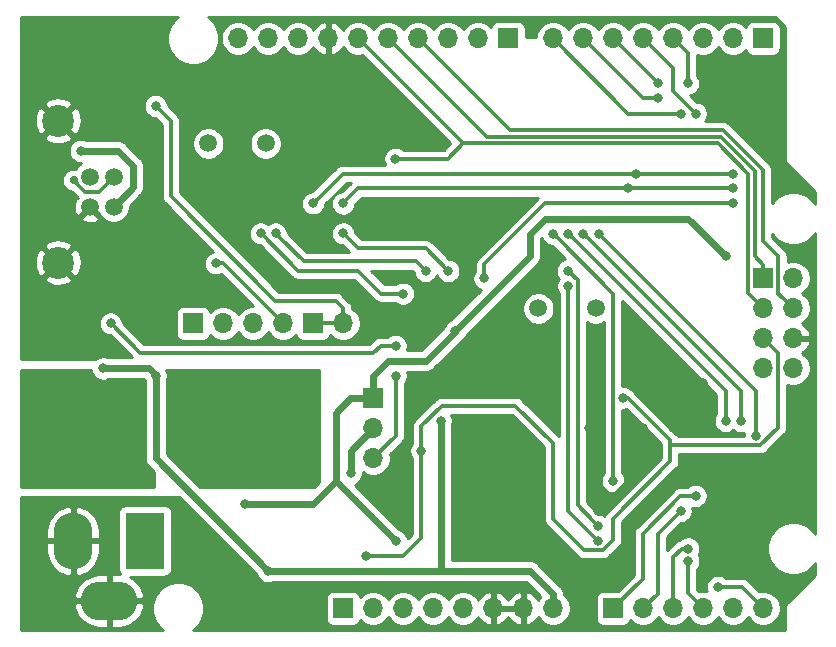
<source format=gbr>
G04 #@! TF.GenerationSoftware,KiCad,Pcbnew,5.1.5+dfsg1-2build2*
G04 #@! TF.CreationDate,2020-11-19T08:55:39-07:00*
G04 #@! TF.ProjectId,sduino_uno,73647569-6e6f-45f7-956e-6f2e6b696361,2017-11-15*
G04 #@! TF.SameCoordinates,Original*
G04 #@! TF.FileFunction,Copper,L2,Bot*
G04 #@! TF.FilePolarity,Positive*
%FSLAX46Y46*%
G04 Gerber Fmt 4.6, Leading zero omitted, Abs format (unit mm)*
G04 Created by KiCad (PCBNEW 5.1.5+dfsg1-2build2) date 2020-11-19 08:55:39*
%MOMM*%
%LPD*%
G04 APERTURE LIST*
%ADD10O,3.300000X4.800000*%
%ADD11R,3.300000X4.800000*%
%ADD12O,4.800000X3.300000*%
%ADD13R,1.700000X1.700000*%
%ADD14O,1.700000X1.700000*%
%ADD15C,1.520000*%
%ADD16C,2.700000*%
%ADD17C,1.500000*%
%ADD18C,0.800000*%
%ADD19C,0.700000*%
%ADD20C,0.300000*%
%ADD21C,0.600000*%
%ADD22C,0.250000*%
%ADD23C,0.254000*%
G04 APERTURE END LIST*
D10*
X119380000Y-121285000D03*
D11*
X125480000Y-121285000D03*
D12*
X122430000Y-126365000D03*
D13*
X165100000Y-127000000D03*
D14*
X167640000Y-127000000D03*
X170180000Y-127000000D03*
X172720000Y-127000000D03*
X175260000Y-127000000D03*
X177800000Y-127000000D03*
D13*
X156210000Y-78740000D03*
D14*
X153670000Y-78740000D03*
X151130000Y-78740000D03*
X148590000Y-78740000D03*
X146050000Y-78740000D03*
X143510000Y-78740000D03*
X140970000Y-78740000D03*
X138430000Y-78740000D03*
X135890000Y-78740000D03*
X133350000Y-78740000D03*
D13*
X177800000Y-78740000D03*
D14*
X175260000Y-78740000D03*
X172720000Y-78740000D03*
X170180000Y-78740000D03*
X167640000Y-78740000D03*
X165100000Y-78740000D03*
X162560000Y-78740000D03*
X160020000Y-78740000D03*
D13*
X142240000Y-127000000D03*
D14*
X144780000Y-127000000D03*
X147320000Y-127000000D03*
X149860000Y-127000000D03*
X152400000Y-127000000D03*
X154940000Y-127000000D03*
X157480000Y-127000000D03*
X160020000Y-127000000D03*
D13*
X144780000Y-109220000D03*
D14*
X144780000Y-111760000D03*
X144780000Y-114300000D03*
D15*
X122810000Y-90455000D03*
X122810000Y-92995000D03*
X120810000Y-92995000D03*
X120810000Y-90455000D03*
D16*
X118110000Y-85725000D03*
X118110000Y-97725000D03*
D17*
X130810000Y-87630000D03*
X135690000Y-87630000D03*
X158750000Y-101600000D03*
X163630000Y-101600000D03*
D13*
X129540000Y-102870000D03*
D14*
X132080000Y-102870000D03*
X134620000Y-102870000D03*
X137160000Y-102870000D03*
D13*
X139700000Y-102870000D03*
D14*
X142240000Y-102870000D03*
D13*
X177800000Y-99060000D03*
D14*
X180340000Y-99060000D03*
X177800000Y-101600000D03*
X180340000Y-101600000D03*
X177800000Y-104140000D03*
X180340000Y-104140000D03*
X177800000Y-106680000D03*
X180340000Y-106680000D03*
D18*
X163814278Y-106696001D03*
X126365000Y-91440000D03*
X126365000Y-96520000D03*
X172720000Y-107950000D03*
X170180000Y-111760000D03*
X167640000Y-111760000D03*
X163098974Y-111689654D03*
X163830000Y-118745000D03*
X173990000Y-82550000D03*
X179070000Y-90170000D03*
X149225000Y-87630000D03*
X180975000Y-114935000D03*
X173990000Y-121920000D03*
X146685000Y-118110000D03*
X118745000Y-78105000D03*
X154940000Y-95250000D03*
X159385000Y-99695000D03*
X125730000Y-104140000D03*
X146050000Y-99060000D03*
X148595236Y-109843021D03*
X157480000Y-107950000D03*
X155575000Y-112395000D03*
X155575000Y-116205000D03*
X150495000Y-111125000D03*
X121920000Y-106680000D03*
X126365000Y-107315000D03*
X135890000Y-123825000D03*
X121285000Y-111125000D03*
X121285000Y-114300000D03*
X174625000Y-97155000D03*
X133964107Y-118141371D03*
X118745000Y-114300000D03*
X116205000Y-114300000D03*
X116205000Y-111125000D03*
X116205000Y-107950000D03*
X118745000Y-107950000D03*
X151735574Y-103490970D03*
X146692213Y-121284681D03*
X132715000Y-114300000D03*
X135255000Y-114300000D03*
X135255000Y-111125000D03*
X135255000Y-107950000D03*
X130175000Y-111125000D03*
X130175000Y-107950000D03*
X132715000Y-107950000D03*
X146685000Y-107315000D03*
X142886918Y-115563075D03*
X172085000Y-117475000D03*
X170815000Y-118745000D03*
X171457525Y-121934549D03*
X171457525Y-122984562D03*
X163830000Y-120015000D03*
X161290000Y-98425000D03*
X173974414Y-125188371D03*
X161299340Y-99708288D03*
X163830000Y-121285000D03*
X163865112Y-95284011D03*
X177165000Y-112395000D03*
X162575733Y-95284011D03*
X175895000Y-111125000D03*
X161286354Y-95284011D03*
X174625000Y-111125000D03*
X146668213Y-88931213D03*
X159996973Y-95284011D03*
X165100000Y-116205000D03*
X171439187Y-82552421D03*
X172102810Y-85112245D03*
X168879363Y-82533488D03*
X168879363Y-83822866D03*
X170813431Y-85112247D03*
X165900000Y-109166870D03*
X126365000Y-84455000D03*
X148865000Y-113665000D03*
X144145000Y-122555000D03*
X147310551Y-100350631D03*
X135255000Y-95250000D03*
X136525000Y-95250000D03*
X149225000Y-98425000D03*
X142233851Y-95248062D03*
X142239133Y-92718026D03*
X175254625Y-91415875D03*
X166372237Y-91415875D03*
X151130000Y-98425000D03*
X139696053Y-92710262D03*
X167016927Y-90198128D03*
X175254625Y-90198128D03*
X146692211Y-104776384D03*
X122555000Y-102870000D03*
X131445000Y-97790000D03*
X120015000Y-88265000D03*
X175260000Y-92710000D03*
X154205001Y-99060000D03*
D19*
X119414511Y-90763109D03*
D20*
X163814278Y-111744278D02*
X163814278Y-107261686D01*
X163814278Y-107261686D02*
X163814278Y-106696001D01*
X163830000Y-111760000D02*
X163814278Y-111744278D01*
X126365000Y-96520000D02*
X126365000Y-91440000D01*
X170180000Y-111760000D02*
X170180000Y-110490000D01*
X170180000Y-110490000D02*
X172720000Y-107950000D01*
X163830000Y-118745000D02*
X167640000Y-114935000D01*
X167640000Y-114935000D02*
X167640000Y-111760000D01*
X163830000Y-118745000D02*
X163830000Y-111760000D01*
X163830000Y-111760000D02*
X163169320Y-111760000D01*
X163169320Y-111760000D02*
X163098974Y-111689654D01*
X179070000Y-90170000D02*
X179070000Y-87630000D01*
X179070000Y-87630000D02*
X173990000Y-82550000D01*
X173990000Y-121920000D02*
X180975000Y-114935000D01*
X155575000Y-116205000D02*
X155575000Y-116840000D01*
X155575000Y-116840000D02*
X161925000Y-123190000D01*
X161925000Y-123190000D02*
X164465000Y-123190000D01*
X164465000Y-123190000D02*
X166025163Y-121629837D01*
X166025163Y-121629837D02*
X166025163Y-120994837D01*
X166025163Y-120994837D02*
X170815000Y-116205000D01*
X170815000Y-116205000D02*
X173355000Y-116205000D01*
X173355000Y-116205000D02*
X173990000Y-116840000D01*
X173990000Y-116840000D02*
X173990000Y-121920000D01*
X148995235Y-109443022D02*
X148595236Y-109843021D01*
X157480000Y-107950000D02*
X150488257Y-107950000D01*
X150488257Y-107950000D02*
X148995235Y-109443022D01*
X155575000Y-116205000D02*
X155575000Y-112395000D01*
D21*
X126365000Y-107315000D02*
X126365000Y-107259179D01*
X126365000Y-107259179D02*
X125785821Y-106680000D01*
X125785821Y-106680000D02*
X121920000Y-106680000D01*
X160020000Y-125764181D02*
X160020000Y-127000000D01*
X158080819Y-123825000D02*
X160020000Y-125764181D01*
X150495000Y-123825000D02*
X158080819Y-123825000D01*
X135890000Y-123825000D02*
X150495000Y-123825000D01*
X150495000Y-111125000D02*
X150495000Y-123825000D01*
X135890000Y-123825000D02*
X126365000Y-114300000D01*
X126365000Y-114300000D02*
X126365000Y-107315000D01*
X118745000Y-114300000D02*
X121285000Y-114300000D01*
X171468580Y-93998580D02*
X174625000Y-97155000D01*
X159372311Y-93998580D02*
X171468580Y-93998580D01*
X158087627Y-95283264D02*
X159372311Y-93998580D01*
X158087627Y-97138917D02*
X158087627Y-95283264D01*
X151735574Y-103490970D02*
X158087627Y-97138917D01*
X134529792Y-118141371D02*
X133964107Y-118141371D01*
X139661097Y-118141371D02*
X134529792Y-118141371D01*
X141605000Y-116197468D02*
X139661097Y-118141371D01*
X144780000Y-109220000D02*
X142854731Y-109220000D01*
X142854731Y-109220000D02*
X141605000Y-110469731D01*
X141605000Y-110469731D02*
X141605000Y-116197468D01*
X116205000Y-111125000D02*
X116205000Y-114300000D01*
X118745000Y-107950000D02*
X116205000Y-107950000D01*
X144780000Y-109220000D02*
X144780000Y-107306207D01*
X144780000Y-107306207D02*
X146025868Y-106060339D01*
X146025868Y-106060339D02*
X149237579Y-106060339D01*
X151735574Y-103562344D02*
X151735574Y-103490970D01*
X149237579Y-106060339D02*
X151735574Y-103562344D01*
X146292214Y-120884682D02*
X146692213Y-121284681D01*
X141605000Y-116197468D02*
X146292214Y-120884682D01*
D20*
X135255000Y-114300000D02*
X132715000Y-114300000D01*
X135255000Y-107950000D02*
X135255000Y-111125000D01*
X132715000Y-107950000D02*
X130175000Y-107950000D01*
X146685000Y-107315000D02*
X146685000Y-112395000D01*
X146685000Y-112395000D02*
X144780000Y-114300000D01*
D21*
X142886918Y-114997390D02*
X142886918Y-115563075D01*
X142886918Y-113653082D02*
X142886918Y-114997390D01*
X144780000Y-111760000D02*
X142886918Y-113653082D01*
D20*
X172085000Y-117475000D02*
X170796485Y-117475000D01*
X167609805Y-120661680D02*
X167609805Y-124490195D01*
X170796485Y-117475000D02*
X167609805Y-120661680D01*
X167609805Y-124490195D02*
X165100000Y-127000000D01*
X170815000Y-118745000D02*
X168895937Y-120664063D01*
X168895937Y-120664063D02*
X168895937Y-125744063D01*
X168895937Y-125744063D02*
X167640000Y-127000000D01*
X170180000Y-122646389D02*
X170891840Y-121934549D01*
X170180000Y-127000000D02*
X170180000Y-122646389D01*
X170891840Y-121934549D02*
X171457525Y-121934549D01*
X172720000Y-127000000D02*
X171457525Y-125737525D01*
X171457525Y-123550247D02*
X171457525Y-122984562D01*
X171457525Y-125737525D02*
X171457525Y-123550247D01*
X162099340Y-118284340D02*
X163430001Y-119615001D01*
X161290000Y-98425000D02*
X162099340Y-99234340D01*
X162099340Y-99234340D02*
X162099340Y-118284340D01*
X163430001Y-119615001D02*
X163830000Y-120015000D01*
X174540099Y-125188371D02*
X173974414Y-125188371D01*
X175988371Y-125188371D02*
X174540099Y-125188371D01*
X177800000Y-127000000D02*
X175988371Y-125188371D01*
X163830000Y-121285000D02*
X161299340Y-118754340D01*
X161299340Y-118754340D02*
X161299340Y-100273973D01*
X161299340Y-100273973D02*
X161299340Y-99708288D01*
X164265111Y-95684010D02*
X163865112Y-95284011D01*
X177165000Y-108583899D02*
X164265111Y-95684010D01*
X177165000Y-112395000D02*
X177165000Y-108583899D01*
X175895000Y-108603278D02*
X162975732Y-95684010D01*
X175895000Y-111125000D02*
X175895000Y-108603278D01*
X162975732Y-95684010D02*
X162575733Y-95284011D01*
X161686353Y-95684010D02*
X161286354Y-95284011D01*
X174625000Y-108622657D02*
X161686353Y-95684010D01*
X174625000Y-111125000D02*
X174625000Y-108622657D01*
X179089999Y-97198928D02*
X179089999Y-100349999D01*
X177771778Y-89870237D02*
X177771778Y-95880707D01*
X174420890Y-86519349D02*
X177771778Y-89870237D01*
X156369349Y-86519349D02*
X174420890Y-86519349D01*
X177771778Y-95880707D02*
X179089999Y-97198928D01*
X148590000Y-78740000D02*
X156369349Y-86519349D01*
X179089999Y-100349999D02*
X179490001Y-100750001D01*
X179490001Y-100750001D02*
X180340000Y-101600000D01*
X177800000Y-97910000D02*
X177800000Y-99060000D01*
X154379360Y-87069360D02*
X174193068Y-87069360D01*
X177078503Y-89954795D02*
X177078503Y-97188503D01*
X146050000Y-78740000D02*
X154379360Y-87069360D01*
X174193068Y-87069360D02*
X177078503Y-89954795D01*
X177078503Y-97188503D02*
X177800000Y-97910000D01*
X151077529Y-88931213D02*
X147233898Y-88931213D01*
X152389371Y-87619371D02*
X151077529Y-88931213D01*
X147233898Y-88931213D02*
X146668213Y-88931213D01*
X173965246Y-87619371D02*
X176528492Y-90182617D01*
X176528492Y-90182617D02*
X176528492Y-100328492D01*
X143510000Y-78740000D02*
X152389371Y-87619371D01*
X152389371Y-87619371D02*
X173965246Y-87619371D01*
X176528492Y-100328492D02*
X176950001Y-100750001D01*
X176950001Y-100750001D02*
X177800000Y-101600000D01*
X165100000Y-116205000D02*
X165100000Y-100387038D01*
X165100000Y-100387038D02*
X160396972Y-95684010D01*
X160396972Y-95684010D02*
X159996973Y-95284011D01*
X170180000Y-78740000D02*
X171439187Y-79999187D01*
X171439187Y-79999187D02*
X171439187Y-82552421D01*
X167640000Y-78740000D02*
X170187910Y-81287910D01*
X170187910Y-81287910D02*
X170187910Y-83206393D01*
X170187910Y-83206393D02*
X172093762Y-85112245D01*
X172093762Y-85112245D02*
X172102810Y-85112245D01*
X168879363Y-82519363D02*
X168879363Y-82533488D01*
X165100000Y-78740000D02*
X168879363Y-82519363D01*
X168313678Y-83822866D02*
X168879363Y-83822866D01*
X167642866Y-83822866D02*
X168313678Y-83822866D01*
X162560000Y-78740000D02*
X167642866Y-83822866D01*
X170247746Y-85112247D02*
X170813431Y-85112247D01*
X166392247Y-85112247D02*
X170247746Y-85112247D01*
X160020000Y-78740000D02*
X166392247Y-85112247D01*
X126365000Y-84455000D02*
X127640165Y-85730165D01*
X127640165Y-85730165D02*
X127640165Y-92094354D01*
X127640165Y-92094354D02*
X136510811Y-100965000D01*
X136510811Y-100965000D02*
X141601062Y-100965000D01*
X141601062Y-100965000D02*
X142240000Y-101603938D01*
X142240000Y-101603938D02*
X142240000Y-102870000D01*
X169928131Y-113195001D02*
X169928131Y-112774282D01*
X169928131Y-112774282D02*
X166320719Y-109166870D01*
X166320719Y-109166870D02*
X165900000Y-109166870D01*
X169928131Y-113195001D02*
X169928131Y-114564253D01*
X160020000Y-113030000D02*
X156833021Y-109843021D01*
X169928131Y-114564253D02*
X165100768Y-119391616D01*
X165100768Y-119391616D02*
X165100768Y-121198234D01*
X165100768Y-121198234D02*
X164214001Y-122085001D01*
X164214001Y-122085001D02*
X162639003Y-122085001D01*
X156833021Y-109843021D02*
X150592977Y-109843021D01*
X162639003Y-122085001D02*
X160020000Y-119465998D01*
X160020000Y-119465998D02*
X160020000Y-113030000D01*
X150592977Y-109843021D02*
X148865000Y-111570998D01*
X148865000Y-111570998D02*
X148865000Y-113099315D01*
X148865000Y-113099315D02*
X148865000Y-113665000D01*
X177800000Y-104140000D02*
X179050001Y-105390001D01*
X179050001Y-105390001D02*
X179050001Y-111694001D01*
X179050001Y-111694001D02*
X177549001Y-113195001D01*
X177549001Y-113195001D02*
X169928131Y-113195001D01*
X148865000Y-121010000D02*
X148865000Y-113665000D01*
X144145000Y-122555000D02*
X147320000Y-122555000D01*
X147320000Y-122555000D02*
X148865000Y-121010000D01*
X139700000Y-102870000D02*
X142240000Y-102870000D01*
X135255000Y-95250000D02*
X138436286Y-98431286D01*
X138436286Y-98431286D02*
X143514179Y-98431286D01*
X145433524Y-100350631D02*
X147310551Y-100350631D01*
X143514179Y-98431286D02*
X145433524Y-100350631D01*
X136924999Y-95649999D02*
X136525000Y-95250000D01*
X138899999Y-97624999D02*
X136924999Y-95649999D01*
X148424999Y-97624999D02*
X138899999Y-97624999D01*
X149225000Y-98425000D02*
X148424999Y-97624999D01*
X151130000Y-98425000D02*
X149232805Y-96527805D01*
X149232805Y-96527805D02*
X143511412Y-96527805D01*
X143511412Y-96527805D02*
X142233851Y-95250244D01*
X142233851Y-95250244D02*
X142233851Y-95248062D01*
X166372237Y-91415875D02*
X166348112Y-91440000D01*
X166348112Y-91440000D02*
X143517915Y-91440000D01*
X143517915Y-91440000D02*
X143516074Y-91438159D01*
X143516074Y-91438159D02*
X142239133Y-92715100D01*
X142239133Y-92715100D02*
X142239133Y-92718026D01*
X166937922Y-91415875D02*
X175254625Y-91415875D01*
X166372237Y-91415875D02*
X166937922Y-91415875D01*
X140096052Y-92310263D02*
X139696053Y-92710262D01*
X142208187Y-90198128D02*
X140096052Y-92310263D01*
X167016927Y-90198128D02*
X142208187Y-90198128D01*
X175254625Y-90198128D02*
X167016927Y-90198128D01*
X122555000Y-102870000D02*
X125076309Y-105391309D01*
X125076309Y-105391309D02*
X144791069Y-105391309D01*
X144791069Y-105391309D02*
X145405994Y-104776384D01*
X145405994Y-104776384D02*
X146692211Y-104776384D01*
X131445000Y-97790000D02*
X132080000Y-97790000D01*
X132080000Y-97790000D02*
X137160000Y-102870000D01*
D21*
X124460000Y-89535000D02*
X123190000Y-88265000D01*
X123190000Y-88265000D02*
X120015000Y-88265000D01*
X124460000Y-91345000D02*
X124460000Y-89535000D01*
X122810000Y-92995000D02*
X124460000Y-91345000D01*
D20*
X154205001Y-99060000D02*
X154205001Y-97878639D01*
X154205001Y-97878639D02*
X159373640Y-92710000D01*
X159373640Y-92710000D02*
X174694315Y-92710000D01*
X174694315Y-92710000D02*
X175260000Y-92710000D01*
X122810000Y-90455000D02*
X121529035Y-91735965D01*
X121529035Y-91735965D02*
X120387367Y-91735965D01*
X119764510Y-91113108D02*
X119414511Y-90763109D01*
X120387367Y-91735965D02*
X119764510Y-91113108D01*
D22*
G36*
X182180000Y-120668860D02*
G01*
X182068270Y-120501645D01*
X181758355Y-120191730D01*
X181393933Y-119948230D01*
X180989009Y-119780505D01*
X180559143Y-119695000D01*
X180120857Y-119695000D01*
X179690991Y-119780505D01*
X179286067Y-119948230D01*
X178921645Y-120191730D01*
X178611730Y-120501645D01*
X178368230Y-120866067D01*
X178200505Y-121270991D01*
X178115000Y-121700857D01*
X178115000Y-122139143D01*
X178200505Y-122569009D01*
X178368230Y-122973933D01*
X178611730Y-123338355D01*
X178921645Y-123648270D01*
X179286067Y-123891770D01*
X179690991Y-124059495D01*
X180120857Y-124145000D01*
X180559143Y-124145000D01*
X180989009Y-124059495D01*
X181393933Y-123891770D01*
X181758355Y-123648270D01*
X182068270Y-123338355D01*
X182180000Y-123171140D01*
X182180000Y-124170051D01*
X179869342Y-126480709D01*
X179842631Y-126502630D01*
X179820710Y-126529341D01*
X179820708Y-126529343D01*
X179755155Y-126609219D01*
X179690155Y-126730826D01*
X179650129Y-126862777D01*
X179636613Y-127000000D01*
X179640001Y-127034397D01*
X179640000Y-128840000D01*
X129521140Y-128840000D01*
X129688355Y-128728270D01*
X129998270Y-128418355D01*
X130241770Y-128053933D01*
X130409495Y-127649009D01*
X130495000Y-127219143D01*
X130495000Y-126780857D01*
X130409495Y-126350991D01*
X130326242Y-126150000D01*
X140761976Y-126150000D01*
X140761976Y-127850000D01*
X140774043Y-127972521D01*
X140809781Y-128090334D01*
X140867817Y-128198911D01*
X140945920Y-128294080D01*
X141041089Y-128372183D01*
X141149666Y-128430219D01*
X141267479Y-128465957D01*
X141390000Y-128478024D01*
X143090000Y-128478024D01*
X143212521Y-128465957D01*
X143330334Y-128430219D01*
X143438911Y-128372183D01*
X143534080Y-128294080D01*
X143612183Y-128198911D01*
X143670219Y-128090334D01*
X143696787Y-128002752D01*
X143839742Y-128145707D01*
X144081325Y-128307128D01*
X144349758Y-128418317D01*
X144634725Y-128475000D01*
X144925275Y-128475000D01*
X145210242Y-128418317D01*
X145478675Y-128307128D01*
X145720258Y-128145707D01*
X145925707Y-127940258D01*
X146050000Y-127754241D01*
X146174293Y-127940258D01*
X146379742Y-128145707D01*
X146621325Y-128307128D01*
X146889758Y-128418317D01*
X147174725Y-128475000D01*
X147465275Y-128475000D01*
X147750242Y-128418317D01*
X148018675Y-128307128D01*
X148260258Y-128145707D01*
X148465707Y-127940258D01*
X148590000Y-127754241D01*
X148714293Y-127940258D01*
X148919742Y-128145707D01*
X149161325Y-128307128D01*
X149429758Y-128418317D01*
X149714725Y-128475000D01*
X150005275Y-128475000D01*
X150290242Y-128418317D01*
X150558675Y-128307128D01*
X150800258Y-128145707D01*
X151005707Y-127940258D01*
X151130000Y-127754241D01*
X151254293Y-127940258D01*
X151459742Y-128145707D01*
X151701325Y-128307128D01*
X151969758Y-128418317D01*
X152254725Y-128475000D01*
X152545275Y-128475000D01*
X152830242Y-128418317D01*
X153098675Y-128307128D01*
X153340258Y-128145707D01*
X153545707Y-127940258D01*
X153675652Y-127745781D01*
X153752188Y-127874496D01*
X153945617Y-128089423D01*
X154177260Y-128262485D01*
X154438214Y-128387030D01*
X154586628Y-128432045D01*
X154815000Y-128312812D01*
X154815000Y-127125000D01*
X155065000Y-127125000D01*
X155065000Y-128312812D01*
X155293372Y-128432045D01*
X155441786Y-128387030D01*
X155702740Y-128262485D01*
X155934383Y-128089423D01*
X156127812Y-127874496D01*
X156210000Y-127736275D01*
X156292188Y-127874496D01*
X156485617Y-128089423D01*
X156717260Y-128262485D01*
X156978214Y-128387030D01*
X157126628Y-128432045D01*
X157355000Y-128312812D01*
X157355000Y-127125000D01*
X155065000Y-127125000D01*
X154815000Y-127125000D01*
X154795000Y-127125000D01*
X154795000Y-126875000D01*
X154815000Y-126875000D01*
X154815000Y-125687188D01*
X155065000Y-125687188D01*
X155065000Y-126875000D01*
X157355000Y-126875000D01*
X157355000Y-125687188D01*
X157126628Y-125567955D01*
X156978214Y-125612970D01*
X156717260Y-125737515D01*
X156485617Y-125910577D01*
X156292188Y-126125504D01*
X156210000Y-126263725D01*
X156127812Y-126125504D01*
X155934383Y-125910577D01*
X155702740Y-125737515D01*
X155441786Y-125612970D01*
X155293372Y-125567955D01*
X155065000Y-125687188D01*
X154815000Y-125687188D01*
X154586628Y-125567955D01*
X154438214Y-125612970D01*
X154177260Y-125737515D01*
X153945617Y-125910577D01*
X153752188Y-126125504D01*
X153675652Y-126254219D01*
X153545707Y-126059742D01*
X153340258Y-125854293D01*
X153098675Y-125692872D01*
X152830242Y-125581683D01*
X152545275Y-125525000D01*
X152254725Y-125525000D01*
X151969758Y-125581683D01*
X151701325Y-125692872D01*
X151459742Y-125854293D01*
X151254293Y-126059742D01*
X151130000Y-126245759D01*
X151005707Y-126059742D01*
X150800258Y-125854293D01*
X150558675Y-125692872D01*
X150290242Y-125581683D01*
X150005275Y-125525000D01*
X149714725Y-125525000D01*
X149429758Y-125581683D01*
X149161325Y-125692872D01*
X148919742Y-125854293D01*
X148714293Y-126059742D01*
X148590000Y-126245759D01*
X148465707Y-126059742D01*
X148260258Y-125854293D01*
X148018675Y-125692872D01*
X147750242Y-125581683D01*
X147465275Y-125525000D01*
X147174725Y-125525000D01*
X146889758Y-125581683D01*
X146621325Y-125692872D01*
X146379742Y-125854293D01*
X146174293Y-126059742D01*
X146050000Y-126245759D01*
X145925707Y-126059742D01*
X145720258Y-125854293D01*
X145478675Y-125692872D01*
X145210242Y-125581683D01*
X144925275Y-125525000D01*
X144634725Y-125525000D01*
X144349758Y-125581683D01*
X144081325Y-125692872D01*
X143839742Y-125854293D01*
X143696787Y-125997248D01*
X143670219Y-125909666D01*
X143612183Y-125801089D01*
X143534080Y-125705920D01*
X143438911Y-125627817D01*
X143330334Y-125569781D01*
X143212521Y-125534043D01*
X143090000Y-125521976D01*
X141390000Y-125521976D01*
X141267479Y-125534043D01*
X141149666Y-125569781D01*
X141041089Y-125627817D01*
X140945920Y-125705920D01*
X140867817Y-125801089D01*
X140809781Y-125909666D01*
X140774043Y-126027479D01*
X140761976Y-126150000D01*
X130326242Y-126150000D01*
X130241770Y-125946067D01*
X129998270Y-125581645D01*
X129688355Y-125271730D01*
X129323933Y-125028230D01*
X128919009Y-124860505D01*
X128489143Y-124775000D01*
X128050857Y-124775000D01*
X127620991Y-124860505D01*
X127216067Y-125028230D01*
X126851645Y-125271730D01*
X126541730Y-125581645D01*
X126298230Y-125946067D01*
X126130505Y-126350991D01*
X126045000Y-126780857D01*
X126045000Y-127219143D01*
X126130505Y-127649009D01*
X126298230Y-128053933D01*
X126541730Y-128418355D01*
X126851645Y-128728270D01*
X127018860Y-128840000D01*
X115000000Y-128840000D01*
X115000000Y-126843812D01*
X119455958Y-126843812D01*
X119530339Y-127120119D01*
X119718961Y-127524988D01*
X119982944Y-127885279D01*
X120312144Y-128187147D01*
X120693910Y-128418990D01*
X121113571Y-128571900D01*
X121555000Y-128640000D01*
X122305000Y-128640000D01*
X122305000Y-126490000D01*
X122555000Y-126490000D01*
X122555000Y-128640000D01*
X123305000Y-128640000D01*
X123746429Y-128571900D01*
X124166090Y-128418990D01*
X124547856Y-128187147D01*
X124877056Y-127885279D01*
X125141039Y-127524988D01*
X125329661Y-127120119D01*
X125404042Y-126843812D01*
X125295059Y-126490000D01*
X122555000Y-126490000D01*
X122305000Y-126490000D01*
X119564941Y-126490000D01*
X119455958Y-126843812D01*
X115000000Y-126843812D01*
X115000000Y-125886188D01*
X119455958Y-125886188D01*
X119564941Y-126240000D01*
X122305000Y-126240000D01*
X122305000Y-124090000D01*
X122555000Y-124090000D01*
X122555000Y-126240000D01*
X125295059Y-126240000D01*
X125404042Y-125886188D01*
X125329661Y-125609881D01*
X125141039Y-125205012D01*
X124877056Y-124844721D01*
X124547856Y-124542853D01*
X124169406Y-124313024D01*
X127130000Y-124313024D01*
X127252521Y-124300957D01*
X127370334Y-124265219D01*
X127478911Y-124207183D01*
X127574080Y-124129080D01*
X127652183Y-124033911D01*
X127710219Y-123925334D01*
X127745957Y-123807521D01*
X127758024Y-123685000D01*
X127758024Y-118885000D01*
X127745957Y-118762479D01*
X127710219Y-118644666D01*
X127652183Y-118536089D01*
X127574080Y-118440920D01*
X127478911Y-118362817D01*
X127370334Y-118304781D01*
X127252521Y-118269043D01*
X127130000Y-118256976D01*
X123830000Y-118256976D01*
X123707479Y-118269043D01*
X123589666Y-118304781D01*
X123481089Y-118362817D01*
X123385920Y-118440920D01*
X123307817Y-118536089D01*
X123249781Y-118644666D01*
X123214043Y-118762479D01*
X123201976Y-118885000D01*
X123201976Y-123685000D01*
X123214043Y-123807521D01*
X123249781Y-123925334D01*
X123307817Y-124033911D01*
X123360929Y-124098628D01*
X123305000Y-124090000D01*
X122555000Y-124090000D01*
X122305000Y-124090000D01*
X121555000Y-124090000D01*
X121113571Y-124158100D01*
X120693910Y-124311010D01*
X120312144Y-124542853D01*
X119982944Y-124844721D01*
X119718961Y-125205012D01*
X119530339Y-125609881D01*
X119455958Y-125886188D01*
X115000000Y-125886188D01*
X115000000Y-121410000D01*
X117105000Y-121410000D01*
X117105000Y-122160000D01*
X117173100Y-122601429D01*
X117326010Y-123021090D01*
X117557853Y-123402856D01*
X117859721Y-123732056D01*
X118220012Y-123996039D01*
X118624881Y-124184661D01*
X118901188Y-124259042D01*
X119255000Y-124150059D01*
X119255000Y-121410000D01*
X119505000Y-121410000D01*
X119505000Y-124150059D01*
X119858812Y-124259042D01*
X120135119Y-124184661D01*
X120539988Y-123996039D01*
X120900279Y-123732056D01*
X121202147Y-123402856D01*
X121433990Y-123021090D01*
X121586900Y-122601429D01*
X121655000Y-122160000D01*
X121655000Y-121410000D01*
X119505000Y-121410000D01*
X119255000Y-121410000D01*
X117105000Y-121410000D01*
X115000000Y-121410000D01*
X115000000Y-120410000D01*
X117105000Y-120410000D01*
X117105000Y-121160000D01*
X119255000Y-121160000D01*
X119255000Y-118419941D01*
X119505000Y-118419941D01*
X119505000Y-121160000D01*
X121655000Y-121160000D01*
X121655000Y-120410000D01*
X121586900Y-119968571D01*
X121433990Y-119548910D01*
X121202147Y-119167144D01*
X120900279Y-118837944D01*
X120539988Y-118573961D01*
X120135119Y-118385339D01*
X119858812Y-118310958D01*
X119505000Y-118419941D01*
X119255000Y-118419941D01*
X118901188Y-118310958D01*
X118624881Y-118385339D01*
X118220012Y-118573961D01*
X117859721Y-118837944D01*
X117557853Y-119167144D01*
X117326010Y-119548910D01*
X117173100Y-119968571D01*
X117105000Y-120410000D01*
X115000000Y-120410000D01*
X115000000Y-117600000D01*
X128356853Y-117600000D01*
X134921046Y-124164194D01*
X134981656Y-124310520D01*
X135093830Y-124478400D01*
X135236600Y-124621170D01*
X135404480Y-124733344D01*
X135591018Y-124810610D01*
X135789046Y-124850000D01*
X135990954Y-124850000D01*
X136188982Y-124810610D01*
X136335309Y-124750000D01*
X150449566Y-124750000D01*
X150495000Y-124754475D01*
X150540435Y-124750000D01*
X157697672Y-124750000D01*
X158940853Y-125993182D01*
X158874293Y-126059742D01*
X158744348Y-126254219D01*
X158667812Y-126125504D01*
X158474383Y-125910577D01*
X158242740Y-125737515D01*
X157981786Y-125612970D01*
X157833372Y-125567955D01*
X157605000Y-125687188D01*
X157605000Y-126875000D01*
X157625000Y-126875000D01*
X157625000Y-127125000D01*
X157605000Y-127125000D01*
X157605000Y-128312812D01*
X157833372Y-128432045D01*
X157981786Y-128387030D01*
X158242740Y-128262485D01*
X158474383Y-128089423D01*
X158667812Y-127874496D01*
X158744348Y-127745781D01*
X158874293Y-127940258D01*
X159079742Y-128145707D01*
X159321325Y-128307128D01*
X159589758Y-128418317D01*
X159874725Y-128475000D01*
X160165275Y-128475000D01*
X160450242Y-128418317D01*
X160718675Y-128307128D01*
X160960258Y-128145707D01*
X161165707Y-127940258D01*
X161327128Y-127698675D01*
X161438317Y-127430242D01*
X161495000Y-127145275D01*
X161495000Y-126854725D01*
X161438317Y-126569758D01*
X161327128Y-126301325D01*
X161226016Y-126150000D01*
X163621976Y-126150000D01*
X163621976Y-127850000D01*
X163634043Y-127972521D01*
X163669781Y-128090334D01*
X163727817Y-128198911D01*
X163805920Y-128294080D01*
X163901089Y-128372183D01*
X164009666Y-128430219D01*
X164127479Y-128465957D01*
X164250000Y-128478024D01*
X165950000Y-128478024D01*
X166072521Y-128465957D01*
X166190334Y-128430219D01*
X166298911Y-128372183D01*
X166394080Y-128294080D01*
X166472183Y-128198911D01*
X166530219Y-128090334D01*
X166556787Y-128002752D01*
X166699742Y-128145707D01*
X166941325Y-128307128D01*
X167209758Y-128418317D01*
X167494725Y-128475000D01*
X167785275Y-128475000D01*
X168070242Y-128418317D01*
X168338675Y-128307128D01*
X168580258Y-128145707D01*
X168785707Y-127940258D01*
X168910000Y-127754241D01*
X169034293Y-127940258D01*
X169239742Y-128145707D01*
X169481325Y-128307128D01*
X169749758Y-128418317D01*
X170034725Y-128475000D01*
X170325275Y-128475000D01*
X170610242Y-128418317D01*
X170878675Y-128307128D01*
X171120258Y-128145707D01*
X171325707Y-127940258D01*
X171450000Y-127754241D01*
X171574293Y-127940258D01*
X171779742Y-128145707D01*
X172021325Y-128307128D01*
X172289758Y-128418317D01*
X172574725Y-128475000D01*
X172865275Y-128475000D01*
X173150242Y-128418317D01*
X173418675Y-128307128D01*
X173660258Y-128145707D01*
X173865707Y-127940258D01*
X173990000Y-127754241D01*
X174114293Y-127940258D01*
X174319742Y-128145707D01*
X174561325Y-128307128D01*
X174829758Y-128418317D01*
X175114725Y-128475000D01*
X175405275Y-128475000D01*
X175690242Y-128418317D01*
X175958675Y-128307128D01*
X176200258Y-128145707D01*
X176405707Y-127940258D01*
X176530000Y-127754241D01*
X176654293Y-127940258D01*
X176859742Y-128145707D01*
X177101325Y-128307128D01*
X177369758Y-128418317D01*
X177654725Y-128475000D01*
X177945275Y-128475000D01*
X178230242Y-128418317D01*
X178498675Y-128307128D01*
X178740258Y-128145707D01*
X178945707Y-127940258D01*
X179107128Y-127698675D01*
X179218317Y-127430242D01*
X179275000Y-127145275D01*
X179275000Y-126854725D01*
X179218317Y-126569758D01*
X179107128Y-126301325D01*
X178945707Y-126059742D01*
X178740258Y-125854293D01*
X178498675Y-125692872D01*
X178230242Y-125581683D01*
X177945275Y-125525000D01*
X177654725Y-125525000D01*
X177459789Y-125563775D01*
X176563303Y-124667289D01*
X176539030Y-124637712D01*
X176421021Y-124540865D01*
X176286385Y-124468901D01*
X176140297Y-124424585D01*
X176026436Y-124413371D01*
X176026434Y-124413371D01*
X175988371Y-124409622D01*
X175950308Y-124413371D01*
X174648984Y-124413371D01*
X174627814Y-124392201D01*
X174459934Y-124280027D01*
X174273396Y-124202761D01*
X174075368Y-124163371D01*
X173873460Y-124163371D01*
X173675432Y-124202761D01*
X173488894Y-124280027D01*
X173321014Y-124392201D01*
X173178244Y-124534971D01*
X173066070Y-124702851D01*
X172988804Y-124889389D01*
X172949414Y-125087417D01*
X172949414Y-125289325D01*
X172988804Y-125487353D01*
X173016889Y-125555158D01*
X172865275Y-125525000D01*
X172574725Y-125525000D01*
X172379789Y-125563775D01*
X172232525Y-125416511D01*
X172232525Y-123659132D01*
X172253695Y-123637962D01*
X172365869Y-123470082D01*
X172443135Y-123283544D01*
X172482525Y-123085516D01*
X172482525Y-122883608D01*
X172443135Y-122685580D01*
X172365869Y-122499042D01*
X172339485Y-122459556D01*
X172365869Y-122420069D01*
X172443135Y-122233531D01*
X172482525Y-122035503D01*
X172482525Y-121833595D01*
X172443135Y-121635567D01*
X172365869Y-121449029D01*
X172253695Y-121281149D01*
X172110925Y-121138379D01*
X171943045Y-121026205D01*
X171756507Y-120948939D01*
X171558479Y-120909549D01*
X171356571Y-120909549D01*
X171158543Y-120948939D01*
X170972005Y-121026205D01*
X170804125Y-121138379D01*
X170775218Y-121167286D01*
X170739914Y-121170763D01*
X170593826Y-121215079D01*
X170531153Y-121248578D01*
X170459189Y-121287043D01*
X170431215Y-121310001D01*
X170341181Y-121383890D01*
X170316912Y-121413462D01*
X169670937Y-122059438D01*
X169670937Y-120985077D01*
X170886015Y-119770000D01*
X170915954Y-119770000D01*
X171113982Y-119730610D01*
X171300520Y-119653344D01*
X171468400Y-119541170D01*
X171611170Y-119398400D01*
X171723344Y-119230520D01*
X171800610Y-119043982D01*
X171840000Y-118845954D01*
X171840000Y-118644046D01*
X171804233Y-118464233D01*
X171984046Y-118500000D01*
X172185954Y-118500000D01*
X172383982Y-118460610D01*
X172570520Y-118383344D01*
X172738400Y-118271170D01*
X172881170Y-118128400D01*
X172993344Y-117960520D01*
X173070610Y-117773982D01*
X173110000Y-117575954D01*
X173110000Y-117374046D01*
X173070610Y-117176018D01*
X172993344Y-116989480D01*
X172881170Y-116821600D01*
X172738400Y-116678830D01*
X172570520Y-116566656D01*
X172383982Y-116489390D01*
X172185954Y-116450000D01*
X171984046Y-116450000D01*
X171786018Y-116489390D01*
X171599480Y-116566656D01*
X171431600Y-116678830D01*
X171410430Y-116700000D01*
X170834547Y-116700000D01*
X170796484Y-116696251D01*
X170758421Y-116700000D01*
X170758420Y-116700000D01*
X170644559Y-116711214D01*
X170498471Y-116755530D01*
X170435798Y-116789029D01*
X170363834Y-116827494D01*
X170330677Y-116854706D01*
X170245826Y-116924341D01*
X170221557Y-116953913D01*
X167088723Y-120086748D01*
X167059146Y-120111021D01*
X166998050Y-120185468D01*
X166962299Y-120229030D01*
X166953114Y-120246215D01*
X166890335Y-120363667D01*
X166846019Y-120509755D01*
X166834835Y-120623311D01*
X166831056Y-120661680D01*
X166834805Y-120699743D01*
X166834806Y-124169179D01*
X165482010Y-125521976D01*
X164250000Y-125521976D01*
X164127479Y-125534043D01*
X164009666Y-125569781D01*
X163901089Y-125627817D01*
X163805920Y-125705920D01*
X163727817Y-125801089D01*
X163669781Y-125909666D01*
X163634043Y-126027479D01*
X163621976Y-126150000D01*
X161226016Y-126150000D01*
X161165707Y-126059742D01*
X160960258Y-125854293D01*
X160945000Y-125844098D01*
X160945000Y-125809607D01*
X160949474Y-125764180D01*
X160945000Y-125718753D01*
X160945000Y-125718746D01*
X160931615Y-125582849D01*
X160878723Y-125408486D01*
X160792830Y-125247792D01*
X160748196Y-125193405D01*
X160706201Y-125142234D01*
X160706199Y-125142232D01*
X160677238Y-125106943D01*
X160641950Y-125077983D01*
X158767022Y-123203056D01*
X158738057Y-123167762D01*
X158597208Y-123052170D01*
X158436514Y-122966277D01*
X158262151Y-122913385D01*
X158126254Y-122900000D01*
X158126246Y-122900000D01*
X158080819Y-122895526D01*
X158035392Y-122900000D01*
X151420000Y-122900000D01*
X151420000Y-111570309D01*
X151480610Y-111423982D01*
X151520000Y-111225954D01*
X151520000Y-111024046D01*
X151480610Y-110826018D01*
X151403344Y-110639480D01*
X151389006Y-110618021D01*
X156512007Y-110618021D01*
X159245001Y-113351016D01*
X159245000Y-119427935D01*
X159241251Y-119465998D01*
X159245000Y-119504061D01*
X159245000Y-119504062D01*
X159256214Y-119617923D01*
X159300530Y-119764011D01*
X159332737Y-119824266D01*
X159372494Y-119898648D01*
X159384285Y-119913015D01*
X159469341Y-120016657D01*
X159498918Y-120040930D01*
X162064079Y-122606093D01*
X162088344Y-122635660D01*
X162117910Y-122659924D01*
X162117911Y-122659925D01*
X162206352Y-122732507D01*
X162340988Y-122804471D01*
X162374990Y-122814785D01*
X162487077Y-122848787D01*
X162600938Y-122860001D01*
X162600940Y-122860001D01*
X162639003Y-122863750D01*
X162677066Y-122860001D01*
X164175938Y-122860001D01*
X164214001Y-122863750D01*
X164252064Y-122860001D01*
X164252066Y-122860001D01*
X164365927Y-122848787D01*
X164512015Y-122804471D01*
X164646651Y-122732507D01*
X164764660Y-122635660D01*
X164788933Y-122606083D01*
X165621855Y-121773162D01*
X165651427Y-121748893D01*
X165730657Y-121652351D01*
X165748274Y-121630885D01*
X165799876Y-121534342D01*
X165820238Y-121496248D01*
X165864554Y-121350160D01*
X165875768Y-121236299D01*
X165875768Y-121236297D01*
X165879517Y-121198234D01*
X165875768Y-121160171D01*
X165875768Y-119712630D01*
X170449218Y-115139181D01*
X170478790Y-115114912D01*
X170557118Y-115019469D01*
X170575637Y-114996904D01*
X170647600Y-114862268D01*
X170647601Y-114862267D01*
X170691917Y-114716179D01*
X170703131Y-114602318D01*
X170703131Y-114602317D01*
X170706880Y-114564254D01*
X170703131Y-114526191D01*
X170703131Y-113970001D01*
X177510938Y-113970001D01*
X177549001Y-113973750D01*
X177587064Y-113970001D01*
X177587066Y-113970001D01*
X177700927Y-113958787D01*
X177847015Y-113914471D01*
X177981651Y-113842507D01*
X178099660Y-113745660D01*
X178123933Y-113716083D01*
X179571093Y-112268925D01*
X179600660Y-112244660D01*
X179624925Y-112215093D01*
X179697507Y-112126652D01*
X179769471Y-111992016D01*
X179794508Y-111909480D01*
X179813787Y-111845927D01*
X179825001Y-111732066D01*
X179825001Y-111732064D01*
X179828750Y-111694001D01*
X179825001Y-111655938D01*
X179825001Y-108063209D01*
X179909758Y-108098317D01*
X180194725Y-108155000D01*
X180485275Y-108155000D01*
X180770242Y-108098317D01*
X181038675Y-107987128D01*
X181280258Y-107825707D01*
X181485707Y-107620258D01*
X181647128Y-107378675D01*
X181758317Y-107110242D01*
X181815000Y-106825275D01*
X181815000Y-106534725D01*
X181758317Y-106249758D01*
X181647128Y-105981325D01*
X181485707Y-105739742D01*
X181280258Y-105534293D01*
X181085781Y-105404348D01*
X181214496Y-105327812D01*
X181429423Y-105134383D01*
X181602485Y-104902740D01*
X181727030Y-104641786D01*
X181772045Y-104493372D01*
X181652812Y-104265000D01*
X180465000Y-104265000D01*
X180465000Y-104285000D01*
X180215000Y-104285000D01*
X180215000Y-104265000D01*
X180195000Y-104265000D01*
X180195000Y-104015000D01*
X180215000Y-104015000D01*
X180215000Y-103995000D01*
X180465000Y-103995000D01*
X180465000Y-104015000D01*
X181652812Y-104015000D01*
X181772045Y-103786628D01*
X181727030Y-103638214D01*
X181602485Y-103377260D01*
X181429423Y-103145617D01*
X181214496Y-102952188D01*
X181085781Y-102875652D01*
X181280258Y-102745707D01*
X181485707Y-102540258D01*
X181647128Y-102298675D01*
X181758317Y-102030242D01*
X181815000Y-101745275D01*
X181815000Y-101454725D01*
X181758317Y-101169758D01*
X181647128Y-100901325D01*
X181485707Y-100659742D01*
X181280258Y-100454293D01*
X181094241Y-100330000D01*
X181280258Y-100205707D01*
X181485707Y-100000258D01*
X181647128Y-99758675D01*
X181758317Y-99490242D01*
X181815000Y-99205275D01*
X181815000Y-98914725D01*
X181758317Y-98629758D01*
X181647128Y-98361325D01*
X181485707Y-98119742D01*
X181280258Y-97914293D01*
X181038675Y-97752872D01*
X180770242Y-97641683D01*
X180485275Y-97585000D01*
X180194725Y-97585000D01*
X179909758Y-97641683D01*
X179864999Y-97660223D01*
X179864999Y-97236990D01*
X179868748Y-97198927D01*
X179864832Y-97159169D01*
X179853785Y-97047002D01*
X179809469Y-96900914D01*
X179755158Y-96799305D01*
X179737505Y-96766277D01*
X179702657Y-96723816D01*
X179640658Y-96648269D01*
X179611087Y-96624001D01*
X178546778Y-95559693D01*
X178546778Y-95301148D01*
X178611730Y-95398355D01*
X178921645Y-95708270D01*
X179286067Y-95951770D01*
X179690991Y-96119495D01*
X180120857Y-96205000D01*
X180559143Y-96205000D01*
X180989009Y-96119495D01*
X181393933Y-95951770D01*
X181758355Y-95708270D01*
X182068270Y-95398355D01*
X182180001Y-95231139D01*
X182180000Y-120668860D01*
G37*
X182180000Y-120668860D02*
X182068270Y-120501645D01*
X181758355Y-120191730D01*
X181393933Y-119948230D01*
X180989009Y-119780505D01*
X180559143Y-119695000D01*
X180120857Y-119695000D01*
X179690991Y-119780505D01*
X179286067Y-119948230D01*
X178921645Y-120191730D01*
X178611730Y-120501645D01*
X178368230Y-120866067D01*
X178200505Y-121270991D01*
X178115000Y-121700857D01*
X178115000Y-122139143D01*
X178200505Y-122569009D01*
X178368230Y-122973933D01*
X178611730Y-123338355D01*
X178921645Y-123648270D01*
X179286067Y-123891770D01*
X179690991Y-124059495D01*
X180120857Y-124145000D01*
X180559143Y-124145000D01*
X180989009Y-124059495D01*
X181393933Y-123891770D01*
X181758355Y-123648270D01*
X182068270Y-123338355D01*
X182180000Y-123171140D01*
X182180000Y-124170051D01*
X179869342Y-126480709D01*
X179842631Y-126502630D01*
X179820710Y-126529341D01*
X179820708Y-126529343D01*
X179755155Y-126609219D01*
X179690155Y-126730826D01*
X179650129Y-126862777D01*
X179636613Y-127000000D01*
X179640001Y-127034397D01*
X179640000Y-128840000D01*
X129521140Y-128840000D01*
X129688355Y-128728270D01*
X129998270Y-128418355D01*
X130241770Y-128053933D01*
X130409495Y-127649009D01*
X130495000Y-127219143D01*
X130495000Y-126780857D01*
X130409495Y-126350991D01*
X130326242Y-126150000D01*
X140761976Y-126150000D01*
X140761976Y-127850000D01*
X140774043Y-127972521D01*
X140809781Y-128090334D01*
X140867817Y-128198911D01*
X140945920Y-128294080D01*
X141041089Y-128372183D01*
X141149666Y-128430219D01*
X141267479Y-128465957D01*
X141390000Y-128478024D01*
X143090000Y-128478024D01*
X143212521Y-128465957D01*
X143330334Y-128430219D01*
X143438911Y-128372183D01*
X143534080Y-128294080D01*
X143612183Y-128198911D01*
X143670219Y-128090334D01*
X143696787Y-128002752D01*
X143839742Y-128145707D01*
X144081325Y-128307128D01*
X144349758Y-128418317D01*
X144634725Y-128475000D01*
X144925275Y-128475000D01*
X145210242Y-128418317D01*
X145478675Y-128307128D01*
X145720258Y-128145707D01*
X145925707Y-127940258D01*
X146050000Y-127754241D01*
X146174293Y-127940258D01*
X146379742Y-128145707D01*
X146621325Y-128307128D01*
X146889758Y-128418317D01*
X147174725Y-128475000D01*
X147465275Y-128475000D01*
X147750242Y-128418317D01*
X148018675Y-128307128D01*
X148260258Y-128145707D01*
X148465707Y-127940258D01*
X148590000Y-127754241D01*
X148714293Y-127940258D01*
X148919742Y-128145707D01*
X149161325Y-128307128D01*
X149429758Y-128418317D01*
X149714725Y-128475000D01*
X150005275Y-128475000D01*
X150290242Y-128418317D01*
X150558675Y-128307128D01*
X150800258Y-128145707D01*
X151005707Y-127940258D01*
X151130000Y-127754241D01*
X151254293Y-127940258D01*
X151459742Y-128145707D01*
X151701325Y-128307128D01*
X151969758Y-128418317D01*
X152254725Y-128475000D01*
X152545275Y-128475000D01*
X152830242Y-128418317D01*
X153098675Y-128307128D01*
X153340258Y-128145707D01*
X153545707Y-127940258D01*
X153675652Y-127745781D01*
X153752188Y-127874496D01*
X153945617Y-128089423D01*
X154177260Y-128262485D01*
X154438214Y-128387030D01*
X154586628Y-128432045D01*
X154815000Y-128312812D01*
X154815000Y-127125000D01*
X155065000Y-127125000D01*
X155065000Y-128312812D01*
X155293372Y-128432045D01*
X155441786Y-128387030D01*
X155702740Y-128262485D01*
X155934383Y-128089423D01*
X156127812Y-127874496D01*
X156210000Y-127736275D01*
X156292188Y-127874496D01*
X156485617Y-128089423D01*
X156717260Y-128262485D01*
X156978214Y-128387030D01*
X157126628Y-128432045D01*
X157355000Y-128312812D01*
X157355000Y-127125000D01*
X155065000Y-127125000D01*
X154815000Y-127125000D01*
X154795000Y-127125000D01*
X154795000Y-126875000D01*
X154815000Y-126875000D01*
X154815000Y-125687188D01*
X155065000Y-125687188D01*
X155065000Y-126875000D01*
X157355000Y-126875000D01*
X157355000Y-125687188D01*
X157126628Y-125567955D01*
X156978214Y-125612970D01*
X156717260Y-125737515D01*
X156485617Y-125910577D01*
X156292188Y-126125504D01*
X156210000Y-126263725D01*
X156127812Y-126125504D01*
X155934383Y-125910577D01*
X155702740Y-125737515D01*
X155441786Y-125612970D01*
X155293372Y-125567955D01*
X155065000Y-125687188D01*
X154815000Y-125687188D01*
X154586628Y-125567955D01*
X154438214Y-125612970D01*
X154177260Y-125737515D01*
X153945617Y-125910577D01*
X153752188Y-126125504D01*
X153675652Y-126254219D01*
X153545707Y-126059742D01*
X153340258Y-125854293D01*
X153098675Y-125692872D01*
X152830242Y-125581683D01*
X152545275Y-125525000D01*
X152254725Y-125525000D01*
X151969758Y-125581683D01*
X151701325Y-125692872D01*
X151459742Y-125854293D01*
X151254293Y-126059742D01*
X151130000Y-126245759D01*
X151005707Y-126059742D01*
X150800258Y-125854293D01*
X150558675Y-125692872D01*
X150290242Y-125581683D01*
X150005275Y-125525000D01*
X149714725Y-125525000D01*
X149429758Y-125581683D01*
X149161325Y-125692872D01*
X148919742Y-125854293D01*
X148714293Y-126059742D01*
X148590000Y-126245759D01*
X148465707Y-126059742D01*
X148260258Y-125854293D01*
X148018675Y-125692872D01*
X147750242Y-125581683D01*
X147465275Y-125525000D01*
X147174725Y-125525000D01*
X146889758Y-125581683D01*
X146621325Y-125692872D01*
X146379742Y-125854293D01*
X146174293Y-126059742D01*
X146050000Y-126245759D01*
X145925707Y-126059742D01*
X145720258Y-125854293D01*
X145478675Y-125692872D01*
X145210242Y-125581683D01*
X144925275Y-125525000D01*
X144634725Y-125525000D01*
X144349758Y-125581683D01*
X144081325Y-125692872D01*
X143839742Y-125854293D01*
X143696787Y-125997248D01*
X143670219Y-125909666D01*
X143612183Y-125801089D01*
X143534080Y-125705920D01*
X143438911Y-125627817D01*
X143330334Y-125569781D01*
X143212521Y-125534043D01*
X143090000Y-125521976D01*
X141390000Y-125521976D01*
X141267479Y-125534043D01*
X141149666Y-125569781D01*
X141041089Y-125627817D01*
X140945920Y-125705920D01*
X140867817Y-125801089D01*
X140809781Y-125909666D01*
X140774043Y-126027479D01*
X140761976Y-126150000D01*
X130326242Y-126150000D01*
X130241770Y-125946067D01*
X129998270Y-125581645D01*
X129688355Y-125271730D01*
X129323933Y-125028230D01*
X128919009Y-124860505D01*
X128489143Y-124775000D01*
X128050857Y-124775000D01*
X127620991Y-124860505D01*
X127216067Y-125028230D01*
X126851645Y-125271730D01*
X126541730Y-125581645D01*
X126298230Y-125946067D01*
X126130505Y-126350991D01*
X126045000Y-126780857D01*
X126045000Y-127219143D01*
X126130505Y-127649009D01*
X126298230Y-128053933D01*
X126541730Y-128418355D01*
X126851645Y-128728270D01*
X127018860Y-128840000D01*
X115000000Y-128840000D01*
X115000000Y-126843812D01*
X119455958Y-126843812D01*
X119530339Y-127120119D01*
X119718961Y-127524988D01*
X119982944Y-127885279D01*
X120312144Y-128187147D01*
X120693910Y-128418990D01*
X121113571Y-128571900D01*
X121555000Y-128640000D01*
X122305000Y-128640000D01*
X122305000Y-126490000D01*
X122555000Y-126490000D01*
X122555000Y-128640000D01*
X123305000Y-128640000D01*
X123746429Y-128571900D01*
X124166090Y-128418990D01*
X124547856Y-128187147D01*
X124877056Y-127885279D01*
X125141039Y-127524988D01*
X125329661Y-127120119D01*
X125404042Y-126843812D01*
X125295059Y-126490000D01*
X122555000Y-126490000D01*
X122305000Y-126490000D01*
X119564941Y-126490000D01*
X119455958Y-126843812D01*
X115000000Y-126843812D01*
X115000000Y-125886188D01*
X119455958Y-125886188D01*
X119564941Y-126240000D01*
X122305000Y-126240000D01*
X122305000Y-124090000D01*
X122555000Y-124090000D01*
X122555000Y-126240000D01*
X125295059Y-126240000D01*
X125404042Y-125886188D01*
X125329661Y-125609881D01*
X125141039Y-125205012D01*
X124877056Y-124844721D01*
X124547856Y-124542853D01*
X124169406Y-124313024D01*
X127130000Y-124313024D01*
X127252521Y-124300957D01*
X127370334Y-124265219D01*
X127478911Y-124207183D01*
X127574080Y-124129080D01*
X127652183Y-124033911D01*
X127710219Y-123925334D01*
X127745957Y-123807521D01*
X127758024Y-123685000D01*
X127758024Y-118885000D01*
X127745957Y-118762479D01*
X127710219Y-118644666D01*
X127652183Y-118536089D01*
X127574080Y-118440920D01*
X127478911Y-118362817D01*
X127370334Y-118304781D01*
X127252521Y-118269043D01*
X127130000Y-118256976D01*
X123830000Y-118256976D01*
X123707479Y-118269043D01*
X123589666Y-118304781D01*
X123481089Y-118362817D01*
X123385920Y-118440920D01*
X123307817Y-118536089D01*
X123249781Y-118644666D01*
X123214043Y-118762479D01*
X123201976Y-118885000D01*
X123201976Y-123685000D01*
X123214043Y-123807521D01*
X123249781Y-123925334D01*
X123307817Y-124033911D01*
X123360929Y-124098628D01*
X123305000Y-124090000D01*
X122555000Y-124090000D01*
X122305000Y-124090000D01*
X121555000Y-124090000D01*
X121113571Y-124158100D01*
X120693910Y-124311010D01*
X120312144Y-124542853D01*
X119982944Y-124844721D01*
X119718961Y-125205012D01*
X119530339Y-125609881D01*
X119455958Y-125886188D01*
X115000000Y-125886188D01*
X115000000Y-121410000D01*
X117105000Y-121410000D01*
X117105000Y-122160000D01*
X117173100Y-122601429D01*
X117326010Y-123021090D01*
X117557853Y-123402856D01*
X117859721Y-123732056D01*
X118220012Y-123996039D01*
X118624881Y-124184661D01*
X118901188Y-124259042D01*
X119255000Y-124150059D01*
X119255000Y-121410000D01*
X119505000Y-121410000D01*
X119505000Y-124150059D01*
X119858812Y-124259042D01*
X120135119Y-124184661D01*
X120539988Y-123996039D01*
X120900279Y-123732056D01*
X121202147Y-123402856D01*
X121433990Y-123021090D01*
X121586900Y-122601429D01*
X121655000Y-122160000D01*
X121655000Y-121410000D01*
X119505000Y-121410000D01*
X119255000Y-121410000D01*
X117105000Y-121410000D01*
X115000000Y-121410000D01*
X115000000Y-120410000D01*
X117105000Y-120410000D01*
X117105000Y-121160000D01*
X119255000Y-121160000D01*
X119255000Y-118419941D01*
X119505000Y-118419941D01*
X119505000Y-121160000D01*
X121655000Y-121160000D01*
X121655000Y-120410000D01*
X121586900Y-119968571D01*
X121433990Y-119548910D01*
X121202147Y-119167144D01*
X120900279Y-118837944D01*
X120539988Y-118573961D01*
X120135119Y-118385339D01*
X119858812Y-118310958D01*
X119505000Y-118419941D01*
X119255000Y-118419941D01*
X118901188Y-118310958D01*
X118624881Y-118385339D01*
X118220012Y-118573961D01*
X117859721Y-118837944D01*
X117557853Y-119167144D01*
X117326010Y-119548910D01*
X117173100Y-119968571D01*
X117105000Y-120410000D01*
X115000000Y-120410000D01*
X115000000Y-117600000D01*
X128356853Y-117600000D01*
X134921046Y-124164194D01*
X134981656Y-124310520D01*
X135093830Y-124478400D01*
X135236600Y-124621170D01*
X135404480Y-124733344D01*
X135591018Y-124810610D01*
X135789046Y-124850000D01*
X135990954Y-124850000D01*
X136188982Y-124810610D01*
X136335309Y-124750000D01*
X150449566Y-124750000D01*
X150495000Y-124754475D01*
X150540435Y-124750000D01*
X157697672Y-124750000D01*
X158940853Y-125993182D01*
X158874293Y-126059742D01*
X158744348Y-126254219D01*
X158667812Y-126125504D01*
X158474383Y-125910577D01*
X158242740Y-125737515D01*
X157981786Y-125612970D01*
X157833372Y-125567955D01*
X157605000Y-125687188D01*
X157605000Y-126875000D01*
X157625000Y-126875000D01*
X157625000Y-127125000D01*
X157605000Y-127125000D01*
X157605000Y-128312812D01*
X157833372Y-128432045D01*
X157981786Y-128387030D01*
X158242740Y-128262485D01*
X158474383Y-128089423D01*
X158667812Y-127874496D01*
X158744348Y-127745781D01*
X158874293Y-127940258D01*
X159079742Y-128145707D01*
X159321325Y-128307128D01*
X159589758Y-128418317D01*
X159874725Y-128475000D01*
X160165275Y-128475000D01*
X160450242Y-128418317D01*
X160718675Y-128307128D01*
X160960258Y-128145707D01*
X161165707Y-127940258D01*
X161327128Y-127698675D01*
X161438317Y-127430242D01*
X161495000Y-127145275D01*
X161495000Y-126854725D01*
X161438317Y-126569758D01*
X161327128Y-126301325D01*
X161226016Y-126150000D01*
X163621976Y-126150000D01*
X163621976Y-127850000D01*
X163634043Y-127972521D01*
X163669781Y-128090334D01*
X163727817Y-128198911D01*
X163805920Y-128294080D01*
X163901089Y-128372183D01*
X164009666Y-128430219D01*
X164127479Y-128465957D01*
X164250000Y-128478024D01*
X165950000Y-128478024D01*
X166072521Y-128465957D01*
X166190334Y-128430219D01*
X166298911Y-128372183D01*
X166394080Y-128294080D01*
X166472183Y-128198911D01*
X166530219Y-128090334D01*
X166556787Y-128002752D01*
X166699742Y-128145707D01*
X166941325Y-128307128D01*
X167209758Y-128418317D01*
X167494725Y-128475000D01*
X167785275Y-128475000D01*
X168070242Y-128418317D01*
X168338675Y-128307128D01*
X168580258Y-128145707D01*
X168785707Y-127940258D01*
X168910000Y-127754241D01*
X169034293Y-127940258D01*
X169239742Y-128145707D01*
X169481325Y-128307128D01*
X169749758Y-128418317D01*
X170034725Y-128475000D01*
X170325275Y-128475000D01*
X170610242Y-128418317D01*
X170878675Y-128307128D01*
X171120258Y-128145707D01*
X171325707Y-127940258D01*
X171450000Y-127754241D01*
X171574293Y-127940258D01*
X171779742Y-128145707D01*
X172021325Y-128307128D01*
X172289758Y-128418317D01*
X172574725Y-128475000D01*
X172865275Y-128475000D01*
X173150242Y-128418317D01*
X173418675Y-128307128D01*
X173660258Y-128145707D01*
X173865707Y-127940258D01*
X173990000Y-127754241D01*
X174114293Y-127940258D01*
X174319742Y-128145707D01*
X174561325Y-128307128D01*
X174829758Y-128418317D01*
X175114725Y-128475000D01*
X175405275Y-128475000D01*
X175690242Y-128418317D01*
X175958675Y-128307128D01*
X176200258Y-128145707D01*
X176405707Y-127940258D01*
X176530000Y-127754241D01*
X176654293Y-127940258D01*
X176859742Y-128145707D01*
X177101325Y-128307128D01*
X177369758Y-128418317D01*
X177654725Y-128475000D01*
X177945275Y-128475000D01*
X178230242Y-128418317D01*
X178498675Y-128307128D01*
X178740258Y-128145707D01*
X178945707Y-127940258D01*
X179107128Y-127698675D01*
X179218317Y-127430242D01*
X179275000Y-127145275D01*
X179275000Y-126854725D01*
X179218317Y-126569758D01*
X179107128Y-126301325D01*
X178945707Y-126059742D01*
X178740258Y-125854293D01*
X178498675Y-125692872D01*
X178230242Y-125581683D01*
X177945275Y-125525000D01*
X177654725Y-125525000D01*
X177459789Y-125563775D01*
X176563303Y-124667289D01*
X176539030Y-124637712D01*
X176421021Y-124540865D01*
X176286385Y-124468901D01*
X176140297Y-124424585D01*
X176026436Y-124413371D01*
X176026434Y-124413371D01*
X175988371Y-124409622D01*
X175950308Y-124413371D01*
X174648984Y-124413371D01*
X174627814Y-124392201D01*
X174459934Y-124280027D01*
X174273396Y-124202761D01*
X174075368Y-124163371D01*
X173873460Y-124163371D01*
X173675432Y-124202761D01*
X173488894Y-124280027D01*
X173321014Y-124392201D01*
X173178244Y-124534971D01*
X173066070Y-124702851D01*
X172988804Y-124889389D01*
X172949414Y-125087417D01*
X172949414Y-125289325D01*
X172988804Y-125487353D01*
X173016889Y-125555158D01*
X172865275Y-125525000D01*
X172574725Y-125525000D01*
X172379789Y-125563775D01*
X172232525Y-125416511D01*
X172232525Y-123659132D01*
X172253695Y-123637962D01*
X172365869Y-123470082D01*
X172443135Y-123283544D01*
X172482525Y-123085516D01*
X172482525Y-122883608D01*
X172443135Y-122685580D01*
X172365869Y-122499042D01*
X172339485Y-122459556D01*
X172365869Y-122420069D01*
X172443135Y-122233531D01*
X172482525Y-122035503D01*
X172482525Y-121833595D01*
X172443135Y-121635567D01*
X172365869Y-121449029D01*
X172253695Y-121281149D01*
X172110925Y-121138379D01*
X171943045Y-121026205D01*
X171756507Y-120948939D01*
X171558479Y-120909549D01*
X171356571Y-120909549D01*
X171158543Y-120948939D01*
X170972005Y-121026205D01*
X170804125Y-121138379D01*
X170775218Y-121167286D01*
X170739914Y-121170763D01*
X170593826Y-121215079D01*
X170531153Y-121248578D01*
X170459189Y-121287043D01*
X170431215Y-121310001D01*
X170341181Y-121383890D01*
X170316912Y-121413462D01*
X169670937Y-122059438D01*
X169670937Y-120985077D01*
X170886015Y-119770000D01*
X170915954Y-119770000D01*
X171113982Y-119730610D01*
X171300520Y-119653344D01*
X171468400Y-119541170D01*
X171611170Y-119398400D01*
X171723344Y-119230520D01*
X171800610Y-119043982D01*
X171840000Y-118845954D01*
X171840000Y-118644046D01*
X171804233Y-118464233D01*
X171984046Y-118500000D01*
X172185954Y-118500000D01*
X172383982Y-118460610D01*
X172570520Y-118383344D01*
X172738400Y-118271170D01*
X172881170Y-118128400D01*
X172993344Y-117960520D01*
X173070610Y-117773982D01*
X173110000Y-117575954D01*
X173110000Y-117374046D01*
X173070610Y-117176018D01*
X172993344Y-116989480D01*
X172881170Y-116821600D01*
X172738400Y-116678830D01*
X172570520Y-116566656D01*
X172383982Y-116489390D01*
X172185954Y-116450000D01*
X171984046Y-116450000D01*
X171786018Y-116489390D01*
X171599480Y-116566656D01*
X171431600Y-116678830D01*
X171410430Y-116700000D01*
X170834547Y-116700000D01*
X170796484Y-116696251D01*
X170758421Y-116700000D01*
X170758420Y-116700000D01*
X170644559Y-116711214D01*
X170498471Y-116755530D01*
X170435798Y-116789029D01*
X170363834Y-116827494D01*
X170330677Y-116854706D01*
X170245826Y-116924341D01*
X170221557Y-116953913D01*
X167088723Y-120086748D01*
X167059146Y-120111021D01*
X166998050Y-120185468D01*
X166962299Y-120229030D01*
X166953114Y-120246215D01*
X166890335Y-120363667D01*
X166846019Y-120509755D01*
X166834835Y-120623311D01*
X166831056Y-120661680D01*
X166834805Y-120699743D01*
X166834806Y-124169179D01*
X165482010Y-125521976D01*
X164250000Y-125521976D01*
X164127479Y-125534043D01*
X164009666Y-125569781D01*
X163901089Y-125627817D01*
X163805920Y-125705920D01*
X163727817Y-125801089D01*
X163669781Y-125909666D01*
X163634043Y-126027479D01*
X163621976Y-126150000D01*
X161226016Y-126150000D01*
X161165707Y-126059742D01*
X160960258Y-125854293D01*
X160945000Y-125844098D01*
X160945000Y-125809607D01*
X160949474Y-125764180D01*
X160945000Y-125718753D01*
X160945000Y-125718746D01*
X160931615Y-125582849D01*
X160878723Y-125408486D01*
X160792830Y-125247792D01*
X160748196Y-125193405D01*
X160706201Y-125142234D01*
X160706199Y-125142232D01*
X160677238Y-125106943D01*
X160641950Y-125077983D01*
X158767022Y-123203056D01*
X158738057Y-123167762D01*
X158597208Y-123052170D01*
X158436514Y-122966277D01*
X158262151Y-122913385D01*
X158126254Y-122900000D01*
X158126246Y-122900000D01*
X158080819Y-122895526D01*
X158035392Y-122900000D01*
X151420000Y-122900000D01*
X151420000Y-111570309D01*
X151480610Y-111423982D01*
X151520000Y-111225954D01*
X151520000Y-111024046D01*
X151480610Y-110826018D01*
X151403344Y-110639480D01*
X151389006Y-110618021D01*
X156512007Y-110618021D01*
X159245001Y-113351016D01*
X159245000Y-119427935D01*
X159241251Y-119465998D01*
X159245000Y-119504061D01*
X159245000Y-119504062D01*
X159256214Y-119617923D01*
X159300530Y-119764011D01*
X159332737Y-119824266D01*
X159372494Y-119898648D01*
X159384285Y-119913015D01*
X159469341Y-120016657D01*
X159498918Y-120040930D01*
X162064079Y-122606093D01*
X162088344Y-122635660D01*
X162117910Y-122659924D01*
X162117911Y-122659925D01*
X162206352Y-122732507D01*
X162340988Y-122804471D01*
X162374990Y-122814785D01*
X162487077Y-122848787D01*
X162600938Y-122860001D01*
X162600940Y-122860001D01*
X162639003Y-122863750D01*
X162677066Y-122860001D01*
X164175938Y-122860001D01*
X164214001Y-122863750D01*
X164252064Y-122860001D01*
X164252066Y-122860001D01*
X164365927Y-122848787D01*
X164512015Y-122804471D01*
X164646651Y-122732507D01*
X164764660Y-122635660D01*
X164788933Y-122606083D01*
X165621855Y-121773162D01*
X165651427Y-121748893D01*
X165730657Y-121652351D01*
X165748274Y-121630885D01*
X165799876Y-121534342D01*
X165820238Y-121496248D01*
X165864554Y-121350160D01*
X165875768Y-121236299D01*
X165875768Y-121236297D01*
X165879517Y-121198234D01*
X165875768Y-121160171D01*
X165875768Y-119712630D01*
X170449218Y-115139181D01*
X170478790Y-115114912D01*
X170557118Y-115019469D01*
X170575637Y-114996904D01*
X170647600Y-114862268D01*
X170647601Y-114862267D01*
X170691917Y-114716179D01*
X170703131Y-114602318D01*
X170703131Y-114602317D01*
X170706880Y-114564254D01*
X170703131Y-114526191D01*
X170703131Y-113970001D01*
X177510938Y-113970001D01*
X177549001Y-113973750D01*
X177587064Y-113970001D01*
X177587066Y-113970001D01*
X177700927Y-113958787D01*
X177847015Y-113914471D01*
X177981651Y-113842507D01*
X178099660Y-113745660D01*
X178123933Y-113716083D01*
X179571093Y-112268925D01*
X179600660Y-112244660D01*
X179624925Y-112215093D01*
X179697507Y-112126652D01*
X179769471Y-111992016D01*
X179794508Y-111909480D01*
X179813787Y-111845927D01*
X179825001Y-111732066D01*
X179825001Y-111732064D01*
X179828750Y-111694001D01*
X179825001Y-111655938D01*
X179825001Y-108063209D01*
X179909758Y-108098317D01*
X180194725Y-108155000D01*
X180485275Y-108155000D01*
X180770242Y-108098317D01*
X181038675Y-107987128D01*
X181280258Y-107825707D01*
X181485707Y-107620258D01*
X181647128Y-107378675D01*
X181758317Y-107110242D01*
X181815000Y-106825275D01*
X181815000Y-106534725D01*
X181758317Y-106249758D01*
X181647128Y-105981325D01*
X181485707Y-105739742D01*
X181280258Y-105534293D01*
X181085781Y-105404348D01*
X181214496Y-105327812D01*
X181429423Y-105134383D01*
X181602485Y-104902740D01*
X181727030Y-104641786D01*
X181772045Y-104493372D01*
X181652812Y-104265000D01*
X180465000Y-104265000D01*
X180465000Y-104285000D01*
X180215000Y-104285000D01*
X180215000Y-104265000D01*
X180195000Y-104265000D01*
X180195000Y-104015000D01*
X180215000Y-104015000D01*
X180215000Y-103995000D01*
X180465000Y-103995000D01*
X180465000Y-104015000D01*
X181652812Y-104015000D01*
X181772045Y-103786628D01*
X181727030Y-103638214D01*
X181602485Y-103377260D01*
X181429423Y-103145617D01*
X181214496Y-102952188D01*
X181085781Y-102875652D01*
X181280258Y-102745707D01*
X181485707Y-102540258D01*
X181647128Y-102298675D01*
X181758317Y-102030242D01*
X181815000Y-101745275D01*
X181815000Y-101454725D01*
X181758317Y-101169758D01*
X181647128Y-100901325D01*
X181485707Y-100659742D01*
X181280258Y-100454293D01*
X181094241Y-100330000D01*
X181280258Y-100205707D01*
X181485707Y-100000258D01*
X181647128Y-99758675D01*
X181758317Y-99490242D01*
X181815000Y-99205275D01*
X181815000Y-98914725D01*
X181758317Y-98629758D01*
X181647128Y-98361325D01*
X181485707Y-98119742D01*
X181280258Y-97914293D01*
X181038675Y-97752872D01*
X180770242Y-97641683D01*
X180485275Y-97585000D01*
X180194725Y-97585000D01*
X179909758Y-97641683D01*
X179864999Y-97660223D01*
X179864999Y-97236990D01*
X179868748Y-97198927D01*
X179864832Y-97159169D01*
X179853785Y-97047002D01*
X179809469Y-96900914D01*
X179755158Y-96799305D01*
X179737505Y-96766277D01*
X179702657Y-96723816D01*
X179640658Y-96648269D01*
X179611087Y-96624001D01*
X178546778Y-95559693D01*
X178546778Y-95301148D01*
X178611730Y-95398355D01*
X178921645Y-95708270D01*
X179286067Y-95951770D01*
X179690991Y-96119495D01*
X180120857Y-96205000D01*
X180559143Y-96205000D01*
X180989009Y-96119495D01*
X181393933Y-95951770D01*
X181758355Y-95708270D01*
X182068270Y-95398355D01*
X182180001Y-95231139D01*
X182180000Y-120668860D01*
G36*
X159088629Y-95769531D02*
G01*
X159200803Y-95937411D01*
X159343573Y-96080181D01*
X159511453Y-96192355D01*
X159697991Y-96269621D01*
X159896019Y-96309011D01*
X159925959Y-96309011D01*
X161045501Y-97428553D01*
X160991018Y-97439390D01*
X160804480Y-97516656D01*
X160636600Y-97628830D01*
X160493830Y-97771600D01*
X160381656Y-97939480D01*
X160304390Y-98126018D01*
X160265000Y-98324046D01*
X160265000Y-98525954D01*
X160304390Y-98723982D01*
X160381656Y-98910520D01*
X160490645Y-99073633D01*
X160390996Y-99222768D01*
X160313730Y-99409306D01*
X160274340Y-99607334D01*
X160274340Y-99809242D01*
X160313730Y-100007270D01*
X160390996Y-100193808D01*
X160503170Y-100361688D01*
X160524341Y-100382859D01*
X160524340Y-112438325D01*
X157407953Y-109321939D01*
X157383680Y-109292362D01*
X157265671Y-109195515D01*
X157131035Y-109123551D01*
X156984947Y-109079235D01*
X156871086Y-109068021D01*
X156871084Y-109068021D01*
X156833021Y-109064272D01*
X156794958Y-109068021D01*
X150631040Y-109068021D01*
X150592977Y-109064272D01*
X150554914Y-109068021D01*
X150554912Y-109068021D01*
X150441051Y-109079235D01*
X150328964Y-109113237D01*
X150294962Y-109123551D01*
X150160326Y-109195515D01*
X150092981Y-109250784D01*
X150042318Y-109292362D01*
X150018053Y-109321929D01*
X148343918Y-110996066D01*
X148314341Y-111020339D01*
X148246698Y-111102763D01*
X148217494Y-111138348D01*
X148204283Y-111163065D01*
X148145530Y-111272985D01*
X148101214Y-111419073D01*
X148100731Y-111423982D01*
X148086251Y-111570998D01*
X148090000Y-111609061D01*
X148090001Y-112990429D01*
X148068830Y-113011600D01*
X147956656Y-113179480D01*
X147879390Y-113366018D01*
X147840000Y-113564046D01*
X147840000Y-113765954D01*
X147879390Y-113963982D01*
X147956656Y-114150520D01*
X148068830Y-114318400D01*
X148090001Y-114339571D01*
X148090000Y-120688985D01*
X147696980Y-121082006D01*
X147677823Y-120985699D01*
X147600557Y-120799161D01*
X147488383Y-120631281D01*
X147345613Y-120488511D01*
X147177733Y-120376337D01*
X147031406Y-120315727D01*
X146978420Y-120262741D01*
X146978415Y-120262735D01*
X143241383Y-116525703D01*
X143372438Y-116471419D01*
X143540318Y-116359245D01*
X143683088Y-116216475D01*
X143795262Y-116048595D01*
X143872528Y-115862057D01*
X143911918Y-115664029D01*
X143911918Y-115493934D01*
X144081325Y-115607128D01*
X144349758Y-115718317D01*
X144634725Y-115775000D01*
X144925275Y-115775000D01*
X145210242Y-115718317D01*
X145478675Y-115607128D01*
X145720258Y-115445707D01*
X145925707Y-115240258D01*
X146087128Y-114998675D01*
X146198317Y-114730242D01*
X146255000Y-114445275D01*
X146255000Y-114154725D01*
X146216225Y-113959789D01*
X147206087Y-112969928D01*
X147235659Y-112945659D01*
X147298711Y-112868830D01*
X147332506Y-112827651D01*
X147400598Y-112700258D01*
X147404470Y-112693014D01*
X147448786Y-112546926D01*
X147460000Y-112433065D01*
X147460000Y-112433063D01*
X147463749Y-112395000D01*
X147460000Y-112356937D01*
X147460000Y-107989570D01*
X147481170Y-107968400D01*
X147593344Y-107800520D01*
X147670610Y-107613982D01*
X147710000Y-107415954D01*
X147710000Y-107214046D01*
X147670610Y-107016018D01*
X147657902Y-106985339D01*
X149192152Y-106985339D01*
X149237579Y-106989813D01*
X149283006Y-106985339D01*
X149283014Y-106985339D01*
X149418911Y-106971954D01*
X149593274Y-106919062D01*
X149753968Y-106833169D01*
X149894817Y-106717577D01*
X149923783Y-106682282D01*
X152196609Y-104409456D01*
X152221094Y-104399314D01*
X152388974Y-104287140D01*
X152531744Y-104144370D01*
X152643918Y-103976490D01*
X152704528Y-103830163D01*
X155070117Y-101464574D01*
X157375000Y-101464574D01*
X157375000Y-101735426D01*
X157427841Y-102001073D01*
X157531491Y-102251307D01*
X157681968Y-102476511D01*
X157873489Y-102668032D01*
X158098693Y-102818509D01*
X158348927Y-102922159D01*
X158614574Y-102975000D01*
X158885426Y-102975000D01*
X159151073Y-102922159D01*
X159401307Y-102818509D01*
X159626511Y-102668032D01*
X159818032Y-102476511D01*
X159968509Y-102251307D01*
X160072159Y-102001073D01*
X160125000Y-101735426D01*
X160125000Y-101464574D01*
X160072159Y-101198927D01*
X159968509Y-100948693D01*
X159818032Y-100723489D01*
X159626511Y-100531968D01*
X159401307Y-100381491D01*
X159151073Y-100277841D01*
X158885426Y-100225000D01*
X158614574Y-100225000D01*
X158348927Y-100277841D01*
X158098693Y-100381491D01*
X157873489Y-100531968D01*
X157681968Y-100723489D01*
X157531491Y-100948693D01*
X157427841Y-101198927D01*
X157375000Y-101464574D01*
X155070117Y-101464574D01*
X158709577Y-97825115D01*
X158744865Y-97796155D01*
X158776118Y-97758074D01*
X158801855Y-97726713D01*
X158860457Y-97655306D01*
X158946350Y-97494612D01*
X158999242Y-97320249D01*
X159012627Y-97184352D01*
X159012627Y-97184351D01*
X159017102Y-97138917D01*
X159012627Y-97093483D01*
X159012627Y-95666411D01*
X159036166Y-95642873D01*
X159088629Y-95769531D01*
G37*
X159088629Y-95769531D02*
X159200803Y-95937411D01*
X159343573Y-96080181D01*
X159511453Y-96192355D01*
X159697991Y-96269621D01*
X159896019Y-96309011D01*
X159925959Y-96309011D01*
X161045501Y-97428553D01*
X160991018Y-97439390D01*
X160804480Y-97516656D01*
X160636600Y-97628830D01*
X160493830Y-97771600D01*
X160381656Y-97939480D01*
X160304390Y-98126018D01*
X160265000Y-98324046D01*
X160265000Y-98525954D01*
X160304390Y-98723982D01*
X160381656Y-98910520D01*
X160490645Y-99073633D01*
X160390996Y-99222768D01*
X160313730Y-99409306D01*
X160274340Y-99607334D01*
X160274340Y-99809242D01*
X160313730Y-100007270D01*
X160390996Y-100193808D01*
X160503170Y-100361688D01*
X160524341Y-100382859D01*
X160524340Y-112438325D01*
X157407953Y-109321939D01*
X157383680Y-109292362D01*
X157265671Y-109195515D01*
X157131035Y-109123551D01*
X156984947Y-109079235D01*
X156871086Y-109068021D01*
X156871084Y-109068021D01*
X156833021Y-109064272D01*
X156794958Y-109068021D01*
X150631040Y-109068021D01*
X150592977Y-109064272D01*
X150554914Y-109068021D01*
X150554912Y-109068021D01*
X150441051Y-109079235D01*
X150328964Y-109113237D01*
X150294962Y-109123551D01*
X150160326Y-109195515D01*
X150092981Y-109250784D01*
X150042318Y-109292362D01*
X150018053Y-109321929D01*
X148343918Y-110996066D01*
X148314341Y-111020339D01*
X148246698Y-111102763D01*
X148217494Y-111138348D01*
X148204283Y-111163065D01*
X148145530Y-111272985D01*
X148101214Y-111419073D01*
X148100731Y-111423982D01*
X148086251Y-111570998D01*
X148090000Y-111609061D01*
X148090001Y-112990429D01*
X148068830Y-113011600D01*
X147956656Y-113179480D01*
X147879390Y-113366018D01*
X147840000Y-113564046D01*
X147840000Y-113765954D01*
X147879390Y-113963982D01*
X147956656Y-114150520D01*
X148068830Y-114318400D01*
X148090001Y-114339571D01*
X148090000Y-120688985D01*
X147696980Y-121082006D01*
X147677823Y-120985699D01*
X147600557Y-120799161D01*
X147488383Y-120631281D01*
X147345613Y-120488511D01*
X147177733Y-120376337D01*
X147031406Y-120315727D01*
X146978420Y-120262741D01*
X146978415Y-120262735D01*
X143241383Y-116525703D01*
X143372438Y-116471419D01*
X143540318Y-116359245D01*
X143683088Y-116216475D01*
X143795262Y-116048595D01*
X143872528Y-115862057D01*
X143911918Y-115664029D01*
X143911918Y-115493934D01*
X144081325Y-115607128D01*
X144349758Y-115718317D01*
X144634725Y-115775000D01*
X144925275Y-115775000D01*
X145210242Y-115718317D01*
X145478675Y-115607128D01*
X145720258Y-115445707D01*
X145925707Y-115240258D01*
X146087128Y-114998675D01*
X146198317Y-114730242D01*
X146255000Y-114445275D01*
X146255000Y-114154725D01*
X146216225Y-113959789D01*
X147206087Y-112969928D01*
X147235659Y-112945659D01*
X147298711Y-112868830D01*
X147332506Y-112827651D01*
X147400598Y-112700258D01*
X147404470Y-112693014D01*
X147448786Y-112546926D01*
X147460000Y-112433065D01*
X147460000Y-112433063D01*
X147463749Y-112395000D01*
X147460000Y-112356937D01*
X147460000Y-107989570D01*
X147481170Y-107968400D01*
X147593344Y-107800520D01*
X147670610Y-107613982D01*
X147710000Y-107415954D01*
X147710000Y-107214046D01*
X147670610Y-107016018D01*
X147657902Y-106985339D01*
X149192152Y-106985339D01*
X149237579Y-106989813D01*
X149283006Y-106985339D01*
X149283014Y-106985339D01*
X149418911Y-106971954D01*
X149593274Y-106919062D01*
X149753968Y-106833169D01*
X149894817Y-106717577D01*
X149923783Y-106682282D01*
X152196609Y-104409456D01*
X152221094Y-104399314D01*
X152388974Y-104287140D01*
X152531744Y-104144370D01*
X152643918Y-103976490D01*
X152704528Y-103830163D01*
X155070117Y-101464574D01*
X157375000Y-101464574D01*
X157375000Y-101735426D01*
X157427841Y-102001073D01*
X157531491Y-102251307D01*
X157681968Y-102476511D01*
X157873489Y-102668032D01*
X158098693Y-102818509D01*
X158348927Y-102922159D01*
X158614574Y-102975000D01*
X158885426Y-102975000D01*
X159151073Y-102922159D01*
X159401307Y-102818509D01*
X159626511Y-102668032D01*
X159818032Y-102476511D01*
X159968509Y-102251307D01*
X160072159Y-102001073D01*
X160125000Y-101735426D01*
X160125000Y-101464574D01*
X160072159Y-101198927D01*
X159968509Y-100948693D01*
X159818032Y-100723489D01*
X159626511Y-100531968D01*
X159401307Y-100381491D01*
X159151073Y-100277841D01*
X158885426Y-100225000D01*
X158614574Y-100225000D01*
X158348927Y-100277841D01*
X158098693Y-100381491D01*
X157873489Y-100531968D01*
X157681968Y-100723489D01*
X157531491Y-100948693D01*
X157427841Y-101198927D01*
X157375000Y-101464574D01*
X155070117Y-101464574D01*
X158709577Y-97825115D01*
X158744865Y-97796155D01*
X158776118Y-97758074D01*
X158801855Y-97726713D01*
X158860457Y-97655306D01*
X158946350Y-97494612D01*
X158999242Y-97320249D01*
X159012627Y-97184352D01*
X159012627Y-97184351D01*
X159017102Y-97138917D01*
X159012627Y-97093483D01*
X159012627Y-95666411D01*
X159036166Y-95642873D01*
X159088629Y-95769531D01*
G36*
X162978693Y-102818509D02*
G01*
X163228927Y-102922159D01*
X163494574Y-102975000D01*
X163765426Y-102975000D01*
X164031073Y-102922159D01*
X164281307Y-102818509D01*
X164325001Y-102789314D01*
X164325000Y-115530430D01*
X164303830Y-115551600D01*
X164191656Y-115719480D01*
X164114390Y-115906018D01*
X164075000Y-116104046D01*
X164075000Y-116305954D01*
X164114390Y-116503982D01*
X164191656Y-116690520D01*
X164303830Y-116858400D01*
X164446600Y-117001170D01*
X164614480Y-117113344D01*
X164801018Y-117190610D01*
X164999046Y-117230000D01*
X165200954Y-117230000D01*
X165398982Y-117190610D01*
X165585520Y-117113344D01*
X165753400Y-117001170D01*
X165896170Y-116858400D01*
X166008344Y-116690520D01*
X166085610Y-116503982D01*
X166125000Y-116305954D01*
X166125000Y-116104046D01*
X166085610Y-115906018D01*
X166008344Y-115719480D01*
X165896170Y-115551600D01*
X165875000Y-115530430D01*
X165875000Y-110191870D01*
X166000954Y-110191870D01*
X166198982Y-110152480D01*
X166206996Y-110149161D01*
X169153131Y-113095297D01*
X169153131Y-113156936D01*
X169149382Y-113195001D01*
X169153131Y-113233065D01*
X169153132Y-114243237D01*
X164579686Y-118816684D01*
X164550109Y-118840957D01*
X164478889Y-118927741D01*
X164453262Y-118958966D01*
X164431279Y-119000094D01*
X164381298Y-119093603D01*
X164366920Y-119141000D01*
X164315520Y-119106656D01*
X164128982Y-119029390D01*
X163930954Y-118990000D01*
X163901015Y-118990000D01*
X162874340Y-117963326D01*
X162874340Y-102748782D01*
X162978693Y-102818509D01*
G37*
X162978693Y-102818509D02*
X163228927Y-102922159D01*
X163494574Y-102975000D01*
X163765426Y-102975000D01*
X164031073Y-102922159D01*
X164281307Y-102818509D01*
X164325001Y-102789314D01*
X164325000Y-115530430D01*
X164303830Y-115551600D01*
X164191656Y-115719480D01*
X164114390Y-115906018D01*
X164075000Y-116104046D01*
X164075000Y-116305954D01*
X164114390Y-116503982D01*
X164191656Y-116690520D01*
X164303830Y-116858400D01*
X164446600Y-117001170D01*
X164614480Y-117113344D01*
X164801018Y-117190610D01*
X164999046Y-117230000D01*
X165200954Y-117230000D01*
X165398982Y-117190610D01*
X165585520Y-117113344D01*
X165753400Y-117001170D01*
X165896170Y-116858400D01*
X166008344Y-116690520D01*
X166085610Y-116503982D01*
X166125000Y-116305954D01*
X166125000Y-116104046D01*
X166085610Y-115906018D01*
X166008344Y-115719480D01*
X165896170Y-115551600D01*
X165875000Y-115530430D01*
X165875000Y-110191870D01*
X166000954Y-110191870D01*
X166198982Y-110152480D01*
X166206996Y-110149161D01*
X169153131Y-113095297D01*
X169153131Y-113156936D01*
X169149382Y-113195001D01*
X169153131Y-113233065D01*
X169153132Y-114243237D01*
X164579686Y-118816684D01*
X164550109Y-118840957D01*
X164478889Y-118927741D01*
X164453262Y-118958966D01*
X164431279Y-119000094D01*
X164381298Y-119093603D01*
X164366920Y-119141000D01*
X164315520Y-119106656D01*
X164128982Y-119029390D01*
X163930954Y-118990000D01*
X163901015Y-118990000D01*
X162874340Y-117963326D01*
X162874340Y-102748782D01*
X162978693Y-102818509D01*
G36*
X173850001Y-108943673D02*
G01*
X173850000Y-110450430D01*
X173828830Y-110471600D01*
X173716656Y-110639480D01*
X173639390Y-110826018D01*
X173600000Y-111024046D01*
X173600000Y-111225954D01*
X173639390Y-111423982D01*
X173716656Y-111610520D01*
X173828830Y-111778400D01*
X173971600Y-111921170D01*
X174139480Y-112033344D01*
X174326018Y-112110610D01*
X174524046Y-112150000D01*
X174725954Y-112150000D01*
X174923982Y-112110610D01*
X175110520Y-112033344D01*
X175260000Y-111933465D01*
X175409480Y-112033344D01*
X175596018Y-112110610D01*
X175794046Y-112150000D01*
X175995954Y-112150000D01*
X176175767Y-112114233D01*
X176140000Y-112294046D01*
X176140000Y-112420001D01*
X170617526Y-112420001D01*
X170579975Y-112349747D01*
X170575637Y-112341631D01*
X170533647Y-112290467D01*
X170478790Y-112223623D01*
X170449218Y-112199354D01*
X166895651Y-108645788D01*
X166871378Y-108616211D01*
X166753369Y-108519364D01*
X166643152Y-108460452D01*
X166553400Y-108370700D01*
X166385520Y-108258526D01*
X166198982Y-108181260D01*
X166000954Y-108141870D01*
X165875000Y-108141870D01*
X165875000Y-100968671D01*
X173850001Y-108943673D01*
G37*
X173850001Y-108943673D02*
X173850000Y-110450430D01*
X173828830Y-110471600D01*
X173716656Y-110639480D01*
X173639390Y-110826018D01*
X173600000Y-111024046D01*
X173600000Y-111225954D01*
X173639390Y-111423982D01*
X173716656Y-111610520D01*
X173828830Y-111778400D01*
X173971600Y-111921170D01*
X174139480Y-112033344D01*
X174326018Y-112110610D01*
X174524046Y-112150000D01*
X174725954Y-112150000D01*
X174923982Y-112110610D01*
X175110520Y-112033344D01*
X175260000Y-111933465D01*
X175409480Y-112033344D01*
X175596018Y-112110610D01*
X175794046Y-112150000D01*
X175995954Y-112150000D01*
X176175767Y-112114233D01*
X176140000Y-112294046D01*
X176140000Y-112420001D01*
X170617526Y-112420001D01*
X170579975Y-112349747D01*
X170575637Y-112341631D01*
X170533647Y-112290467D01*
X170478790Y-112223623D01*
X170449218Y-112199354D01*
X166895651Y-108645788D01*
X166871378Y-108616211D01*
X166753369Y-108519364D01*
X166643152Y-108460452D01*
X166553400Y-108370700D01*
X166385520Y-108258526D01*
X166198982Y-108181260D01*
X166000954Y-108141870D01*
X165875000Y-108141870D01*
X165875000Y-100968671D01*
X173850001Y-108943673D01*
G36*
X128121645Y-77011730D02*
G01*
X127811730Y-77321645D01*
X127568230Y-77686067D01*
X127400505Y-78090991D01*
X127315000Y-78520857D01*
X127315000Y-78959143D01*
X127400505Y-79389009D01*
X127568230Y-79793933D01*
X127811730Y-80158355D01*
X128121645Y-80468270D01*
X128486067Y-80711770D01*
X128890991Y-80879495D01*
X129320857Y-80965000D01*
X129759143Y-80965000D01*
X130189009Y-80879495D01*
X130593933Y-80711770D01*
X130958355Y-80468270D01*
X131268270Y-80158355D01*
X131511770Y-79793933D01*
X131679495Y-79389009D01*
X131765000Y-78959143D01*
X131765000Y-78594725D01*
X131875000Y-78594725D01*
X131875000Y-78885275D01*
X131931683Y-79170242D01*
X132042872Y-79438675D01*
X132204293Y-79680258D01*
X132409742Y-79885707D01*
X132651325Y-80047128D01*
X132919758Y-80158317D01*
X133204725Y-80215000D01*
X133495275Y-80215000D01*
X133780242Y-80158317D01*
X134048675Y-80047128D01*
X134290258Y-79885707D01*
X134495707Y-79680258D01*
X134620000Y-79494241D01*
X134744293Y-79680258D01*
X134949742Y-79885707D01*
X135191325Y-80047128D01*
X135459758Y-80158317D01*
X135744725Y-80215000D01*
X136035275Y-80215000D01*
X136320242Y-80158317D01*
X136588675Y-80047128D01*
X136830258Y-79885707D01*
X137035707Y-79680258D01*
X137160000Y-79494241D01*
X137284293Y-79680258D01*
X137489742Y-79885707D01*
X137731325Y-80047128D01*
X137999758Y-80158317D01*
X138284725Y-80215000D01*
X138575275Y-80215000D01*
X138860242Y-80158317D01*
X139128675Y-80047128D01*
X139370258Y-79885707D01*
X139575707Y-79680258D01*
X139705652Y-79485781D01*
X139782188Y-79614496D01*
X139975617Y-79829423D01*
X140207260Y-80002485D01*
X140468214Y-80127030D01*
X140616628Y-80172045D01*
X140845000Y-80052812D01*
X140845000Y-78865000D01*
X140825000Y-78865000D01*
X140825000Y-78615000D01*
X140845000Y-78615000D01*
X140845000Y-77427188D01*
X140616628Y-77307955D01*
X140468214Y-77352970D01*
X140207260Y-77477515D01*
X139975617Y-77650577D01*
X139782188Y-77865504D01*
X139705652Y-77994219D01*
X139575707Y-77799742D01*
X139370258Y-77594293D01*
X139128675Y-77432872D01*
X138860242Y-77321683D01*
X138575275Y-77265000D01*
X138284725Y-77265000D01*
X137999758Y-77321683D01*
X137731325Y-77432872D01*
X137489742Y-77594293D01*
X137284293Y-77799742D01*
X137160000Y-77985759D01*
X137035707Y-77799742D01*
X136830258Y-77594293D01*
X136588675Y-77432872D01*
X136320242Y-77321683D01*
X136035275Y-77265000D01*
X135744725Y-77265000D01*
X135459758Y-77321683D01*
X135191325Y-77432872D01*
X134949742Y-77594293D01*
X134744293Y-77799742D01*
X134620000Y-77985759D01*
X134495707Y-77799742D01*
X134290258Y-77594293D01*
X134048675Y-77432872D01*
X133780242Y-77321683D01*
X133495275Y-77265000D01*
X133204725Y-77265000D01*
X132919758Y-77321683D01*
X132651325Y-77432872D01*
X132409742Y-77594293D01*
X132204293Y-77799742D01*
X132042872Y-78041325D01*
X131931683Y-78309758D01*
X131875000Y-78594725D01*
X131765000Y-78594725D01*
X131765000Y-78520857D01*
X131679495Y-78090991D01*
X131511770Y-77686067D01*
X131268270Y-77321645D01*
X130958355Y-77011730D01*
X130791140Y-76900000D01*
X178780051Y-76900000D01*
X179640001Y-77759950D01*
X179640000Y-88865613D01*
X179636613Y-88900000D01*
X179640000Y-88934387D01*
X179640000Y-88934389D01*
X179650128Y-89037223D01*
X179676368Y-89123723D01*
X179690155Y-89169174D01*
X179755155Y-89290781D01*
X179815132Y-89363863D01*
X179842630Y-89397369D01*
X179869343Y-89419292D01*
X182180001Y-91729950D01*
X182180001Y-92728862D01*
X182068270Y-92561645D01*
X181758355Y-92251730D01*
X181393933Y-92008230D01*
X180989009Y-91840505D01*
X180559143Y-91755000D01*
X180120857Y-91755000D01*
X179690991Y-91840505D01*
X179286067Y-92008230D01*
X178921645Y-92251730D01*
X178611730Y-92561645D01*
X178546778Y-92658852D01*
X178546778Y-89908299D01*
X178550527Y-89870236D01*
X178546128Y-89825577D01*
X178535564Y-89718311D01*
X178491248Y-89572223D01*
X178419284Y-89437587D01*
X178322437Y-89319578D01*
X178292866Y-89295310D01*
X174995822Y-85998267D01*
X174971549Y-85968690D01*
X174853540Y-85871843D01*
X174718904Y-85799879D01*
X174572816Y-85755563D01*
X174458955Y-85744349D01*
X174458953Y-85744349D01*
X174420890Y-85740600D01*
X174382827Y-85744349D01*
X172913210Y-85744349D01*
X173011154Y-85597765D01*
X173088420Y-85411227D01*
X173127810Y-85213199D01*
X173127810Y-85011291D01*
X173088420Y-84813263D01*
X173011154Y-84626725D01*
X172898980Y-84458845D01*
X172756210Y-84316075D01*
X172588330Y-84203901D01*
X172401792Y-84126635D01*
X172203764Y-84087245D01*
X172164777Y-84087245D01*
X171635904Y-83558373D01*
X171738169Y-83538031D01*
X171924707Y-83460765D01*
X172092587Y-83348591D01*
X172235357Y-83205821D01*
X172347531Y-83037941D01*
X172424797Y-82851403D01*
X172464187Y-82653375D01*
X172464187Y-82451467D01*
X172424797Y-82253439D01*
X172347531Y-82066901D01*
X172235357Y-81899021D01*
X172214187Y-81877851D01*
X172214187Y-80127014D01*
X172289758Y-80158317D01*
X172574725Y-80215000D01*
X172865275Y-80215000D01*
X173150242Y-80158317D01*
X173418675Y-80047128D01*
X173660258Y-79885707D01*
X173865707Y-79680258D01*
X173990000Y-79494241D01*
X174114293Y-79680258D01*
X174319742Y-79885707D01*
X174561325Y-80047128D01*
X174829758Y-80158317D01*
X175114725Y-80215000D01*
X175405275Y-80215000D01*
X175690242Y-80158317D01*
X175958675Y-80047128D01*
X176200258Y-79885707D01*
X176343213Y-79742752D01*
X176369781Y-79830334D01*
X176427817Y-79938911D01*
X176505920Y-80034080D01*
X176601089Y-80112183D01*
X176709666Y-80170219D01*
X176827479Y-80205957D01*
X176950000Y-80218024D01*
X178650000Y-80218024D01*
X178772521Y-80205957D01*
X178890334Y-80170219D01*
X178998911Y-80112183D01*
X179094080Y-80034080D01*
X179172183Y-79938911D01*
X179230219Y-79830334D01*
X179265957Y-79712521D01*
X179278024Y-79590000D01*
X179278024Y-77890000D01*
X179265957Y-77767479D01*
X179230219Y-77649666D01*
X179172183Y-77541089D01*
X179094080Y-77445920D01*
X178998911Y-77367817D01*
X178890334Y-77309781D01*
X178772521Y-77274043D01*
X178650000Y-77261976D01*
X176950000Y-77261976D01*
X176827479Y-77274043D01*
X176709666Y-77309781D01*
X176601089Y-77367817D01*
X176505920Y-77445920D01*
X176427817Y-77541089D01*
X176369781Y-77649666D01*
X176343213Y-77737248D01*
X176200258Y-77594293D01*
X175958675Y-77432872D01*
X175690242Y-77321683D01*
X175405275Y-77265000D01*
X175114725Y-77265000D01*
X174829758Y-77321683D01*
X174561325Y-77432872D01*
X174319742Y-77594293D01*
X174114293Y-77799742D01*
X173990000Y-77985759D01*
X173865707Y-77799742D01*
X173660258Y-77594293D01*
X173418675Y-77432872D01*
X173150242Y-77321683D01*
X172865275Y-77265000D01*
X172574725Y-77265000D01*
X172289758Y-77321683D01*
X172021325Y-77432872D01*
X171779742Y-77594293D01*
X171574293Y-77799742D01*
X171450000Y-77985759D01*
X171325707Y-77799742D01*
X171120258Y-77594293D01*
X170878675Y-77432872D01*
X170610242Y-77321683D01*
X170325275Y-77265000D01*
X170034725Y-77265000D01*
X169749758Y-77321683D01*
X169481325Y-77432872D01*
X169239742Y-77594293D01*
X169034293Y-77799742D01*
X168910000Y-77985759D01*
X168785707Y-77799742D01*
X168580258Y-77594293D01*
X168338675Y-77432872D01*
X168070242Y-77321683D01*
X167785275Y-77265000D01*
X167494725Y-77265000D01*
X167209758Y-77321683D01*
X166941325Y-77432872D01*
X166699742Y-77594293D01*
X166494293Y-77799742D01*
X166370000Y-77985759D01*
X166245707Y-77799742D01*
X166040258Y-77594293D01*
X165798675Y-77432872D01*
X165530242Y-77321683D01*
X165245275Y-77265000D01*
X164954725Y-77265000D01*
X164669758Y-77321683D01*
X164401325Y-77432872D01*
X164159742Y-77594293D01*
X163954293Y-77799742D01*
X163830000Y-77985759D01*
X163705707Y-77799742D01*
X163500258Y-77594293D01*
X163258675Y-77432872D01*
X162990242Y-77321683D01*
X162705275Y-77265000D01*
X162414725Y-77265000D01*
X162129758Y-77321683D01*
X161861325Y-77432872D01*
X161619742Y-77594293D01*
X161414293Y-77799742D01*
X161290000Y-77985759D01*
X161165707Y-77799742D01*
X160960258Y-77594293D01*
X160718675Y-77432872D01*
X160450242Y-77321683D01*
X160165275Y-77265000D01*
X159874725Y-77265000D01*
X159589758Y-77321683D01*
X159321325Y-77432872D01*
X159079742Y-77594293D01*
X158874293Y-77799742D01*
X158712872Y-78041325D01*
X158601683Y-78309758D01*
X158545000Y-78594725D01*
X158545000Y-78615000D01*
X157688024Y-78615000D01*
X157688024Y-77890000D01*
X157675957Y-77767479D01*
X157640219Y-77649666D01*
X157582183Y-77541089D01*
X157504080Y-77445920D01*
X157408911Y-77367817D01*
X157300334Y-77309781D01*
X157182521Y-77274043D01*
X157060000Y-77261976D01*
X155360000Y-77261976D01*
X155237479Y-77274043D01*
X155119666Y-77309781D01*
X155011089Y-77367817D01*
X154915920Y-77445920D01*
X154837817Y-77541089D01*
X154779781Y-77649666D01*
X154753213Y-77737248D01*
X154610258Y-77594293D01*
X154368675Y-77432872D01*
X154100242Y-77321683D01*
X153815275Y-77265000D01*
X153524725Y-77265000D01*
X153239758Y-77321683D01*
X152971325Y-77432872D01*
X152729742Y-77594293D01*
X152524293Y-77799742D01*
X152400000Y-77985759D01*
X152275707Y-77799742D01*
X152070258Y-77594293D01*
X151828675Y-77432872D01*
X151560242Y-77321683D01*
X151275275Y-77265000D01*
X150984725Y-77265000D01*
X150699758Y-77321683D01*
X150431325Y-77432872D01*
X150189742Y-77594293D01*
X149984293Y-77799742D01*
X149860000Y-77985759D01*
X149735707Y-77799742D01*
X149530258Y-77594293D01*
X149288675Y-77432872D01*
X149020242Y-77321683D01*
X148735275Y-77265000D01*
X148444725Y-77265000D01*
X148159758Y-77321683D01*
X147891325Y-77432872D01*
X147649742Y-77594293D01*
X147444293Y-77799742D01*
X147320000Y-77985759D01*
X147195707Y-77799742D01*
X146990258Y-77594293D01*
X146748675Y-77432872D01*
X146480242Y-77321683D01*
X146195275Y-77265000D01*
X145904725Y-77265000D01*
X145619758Y-77321683D01*
X145351325Y-77432872D01*
X145109742Y-77594293D01*
X144904293Y-77799742D01*
X144780000Y-77985759D01*
X144655707Y-77799742D01*
X144450258Y-77594293D01*
X144208675Y-77432872D01*
X143940242Y-77321683D01*
X143655275Y-77265000D01*
X143364725Y-77265000D01*
X143079758Y-77321683D01*
X142811325Y-77432872D01*
X142569742Y-77594293D01*
X142364293Y-77799742D01*
X142234348Y-77994219D01*
X142157812Y-77865504D01*
X141964383Y-77650577D01*
X141732740Y-77477515D01*
X141471786Y-77352970D01*
X141323372Y-77307955D01*
X141095000Y-77427188D01*
X141095000Y-78615000D01*
X141115000Y-78615000D01*
X141115000Y-78865000D01*
X141095000Y-78865000D01*
X141095000Y-80052812D01*
X141323372Y-80172045D01*
X141471786Y-80127030D01*
X141732740Y-80002485D01*
X141964383Y-79829423D01*
X142157812Y-79614496D01*
X142234348Y-79485781D01*
X142364293Y-79680258D01*
X142569742Y-79885707D01*
X142811325Y-80047128D01*
X143079758Y-80158317D01*
X143364725Y-80215000D01*
X143655275Y-80215000D01*
X143850211Y-80176225D01*
X151293356Y-87619371D01*
X150756515Y-88156213D01*
X147342783Y-88156213D01*
X147321613Y-88135043D01*
X147153733Y-88022869D01*
X146967195Y-87945603D01*
X146769167Y-87906213D01*
X146567259Y-87906213D01*
X146369231Y-87945603D01*
X146182693Y-88022869D01*
X146014813Y-88135043D01*
X145872043Y-88277813D01*
X145759869Y-88445693D01*
X145682603Y-88632231D01*
X145643213Y-88830259D01*
X145643213Y-89032167D01*
X145682603Y-89230195D01*
X145759869Y-89416733D01*
X145764142Y-89423128D01*
X142246250Y-89423128D01*
X142208187Y-89419379D01*
X142170124Y-89423128D01*
X142170122Y-89423128D01*
X142056261Y-89434342D01*
X141910173Y-89478658D01*
X141858765Y-89506136D01*
X141775536Y-89550622D01*
X141734119Y-89584613D01*
X141657528Y-89647469D01*
X141633259Y-89677041D01*
X139625039Y-91685262D01*
X139595099Y-91685262D01*
X139397071Y-91724652D01*
X139210533Y-91801918D01*
X139042653Y-91914092D01*
X138899883Y-92056862D01*
X138787709Y-92224742D01*
X138710443Y-92411280D01*
X138671053Y-92609308D01*
X138671053Y-92811216D01*
X138710443Y-93009244D01*
X138787709Y-93195782D01*
X138899883Y-93363662D01*
X139042653Y-93506432D01*
X139210533Y-93618606D01*
X139397071Y-93695872D01*
X139595099Y-93735262D01*
X139797007Y-93735262D01*
X139995035Y-93695872D01*
X140181573Y-93618606D01*
X140349453Y-93506432D01*
X140492223Y-93363662D01*
X140604397Y-93195782D01*
X140681663Y-93009244D01*
X140721053Y-92811216D01*
X140721053Y-92781276D01*
X142529202Y-90973128D01*
X142885090Y-90973128D01*
X142165193Y-91693026D01*
X142138179Y-91693026D01*
X141940151Y-91732416D01*
X141753613Y-91809682D01*
X141585733Y-91921856D01*
X141442963Y-92064626D01*
X141330789Y-92232506D01*
X141253523Y-92419044D01*
X141214133Y-92617072D01*
X141214133Y-92818980D01*
X141253523Y-93017008D01*
X141330789Y-93203546D01*
X141442963Y-93371426D01*
X141585733Y-93514196D01*
X141753613Y-93626370D01*
X141940151Y-93703636D01*
X142138179Y-93743026D01*
X142340087Y-93743026D01*
X142538115Y-93703636D01*
X142724653Y-93626370D01*
X142892533Y-93514196D01*
X143035303Y-93371426D01*
X143147477Y-93203546D01*
X143224743Y-93017008D01*
X143264133Y-92818980D01*
X143264133Y-92786114D01*
X143835248Y-92215000D01*
X158772625Y-92215000D01*
X153683915Y-97303711D01*
X153654343Y-97327980D01*
X153628606Y-97359341D01*
X153557495Y-97445989D01*
X153485532Y-97580625D01*
X153441216Y-97726713D01*
X153426252Y-97878639D01*
X153430002Y-97916711D01*
X153430002Y-98385429D01*
X153408831Y-98406600D01*
X153296657Y-98574480D01*
X153219391Y-98761018D01*
X153180001Y-98959046D01*
X153180001Y-99160954D01*
X153219391Y-99358982D01*
X153296657Y-99545520D01*
X153408831Y-99713400D01*
X153551601Y-99856170D01*
X153719481Y-99968344D01*
X153882520Y-100035876D01*
X151396381Y-102522016D01*
X151250054Y-102582626D01*
X151082174Y-102694800D01*
X150939404Y-102837570D01*
X150827230Y-103005450D01*
X150749964Y-103191988D01*
X150738090Y-103251681D01*
X148854432Y-105135339D01*
X147652980Y-105135339D01*
X147677821Y-105075366D01*
X147717211Y-104877338D01*
X147717211Y-104675430D01*
X147677821Y-104477402D01*
X147600555Y-104290864D01*
X147488381Y-104122984D01*
X147345611Y-103980214D01*
X147177731Y-103868040D01*
X146991193Y-103790774D01*
X146793165Y-103751384D01*
X146591257Y-103751384D01*
X146393229Y-103790774D01*
X146206691Y-103868040D01*
X146038811Y-103980214D01*
X146017641Y-104001384D01*
X145444056Y-104001384D01*
X145405993Y-103997635D01*
X145367930Y-104001384D01*
X145367929Y-104001384D01*
X145254068Y-104012598D01*
X145107980Y-104056914D01*
X144973344Y-104128878D01*
X144855335Y-104225725D01*
X144831066Y-104255297D01*
X144470055Y-104616309D01*
X125397325Y-104616309D01*
X123580000Y-102798986D01*
X123580000Y-102769046D01*
X123540610Y-102571018D01*
X123463344Y-102384480D01*
X123351170Y-102216600D01*
X123208400Y-102073830D01*
X123040520Y-101961656D01*
X122853982Y-101884390D01*
X122655954Y-101845000D01*
X122454046Y-101845000D01*
X122256018Y-101884390D01*
X122069480Y-101961656D01*
X121901600Y-102073830D01*
X121758830Y-102216600D01*
X121646656Y-102384480D01*
X121569390Y-102571018D01*
X121530000Y-102769046D01*
X121530000Y-102970954D01*
X121569390Y-103168982D01*
X121646656Y-103355520D01*
X121758830Y-103523400D01*
X121901600Y-103666170D01*
X122069480Y-103778344D01*
X122256018Y-103855610D01*
X122454046Y-103895000D01*
X122483986Y-103895000D01*
X124343984Y-105755000D01*
X122365309Y-105755000D01*
X122218982Y-105694390D01*
X122020954Y-105655000D01*
X121819046Y-105655000D01*
X121621018Y-105694390D01*
X121434480Y-105771656D01*
X121266600Y-105883830D01*
X121230430Y-105920000D01*
X115000000Y-105920000D01*
X115000000Y-99103171D01*
X116908606Y-99103171D01*
X117046951Y-99400824D01*
X117394314Y-99576014D01*
X117769181Y-99680070D01*
X118157145Y-99708995D01*
X118543297Y-99661676D01*
X118912798Y-99539931D01*
X119173049Y-99400824D01*
X119311394Y-99103171D01*
X118110000Y-97901777D01*
X116908606Y-99103171D01*
X115000000Y-99103171D01*
X115000000Y-97772145D01*
X116126005Y-97772145D01*
X116173324Y-98158297D01*
X116295069Y-98527798D01*
X116434176Y-98788049D01*
X116731829Y-98926394D01*
X117933223Y-97725000D01*
X118286777Y-97725000D01*
X119488171Y-98926394D01*
X119785824Y-98788049D01*
X119961014Y-98440686D01*
X120065070Y-98065819D01*
X120093995Y-97677855D01*
X120046676Y-97291703D01*
X119924931Y-96922202D01*
X119785824Y-96661951D01*
X119488171Y-96523606D01*
X118286777Y-97725000D01*
X117933223Y-97725000D01*
X116731829Y-96523606D01*
X116434176Y-96661951D01*
X116258986Y-97009314D01*
X116154930Y-97384181D01*
X116126005Y-97772145D01*
X115000000Y-97772145D01*
X115000000Y-96346829D01*
X116908606Y-96346829D01*
X118110000Y-97548223D01*
X119311394Y-96346829D01*
X119173049Y-96049176D01*
X118825686Y-95873986D01*
X118450819Y-95769930D01*
X118062855Y-95741005D01*
X117676703Y-95788324D01*
X117307202Y-95910069D01*
X117046951Y-96049176D01*
X116908606Y-96346829D01*
X115000000Y-96346829D01*
X115000000Y-93952501D01*
X120029276Y-93952501D01*
X120096412Y-94189832D01*
X120343223Y-94306088D01*
X120607973Y-94371959D01*
X120880486Y-94384915D01*
X121150291Y-94344457D01*
X121407019Y-94252140D01*
X121523588Y-94189832D01*
X121590724Y-93952501D01*
X120810000Y-93171777D01*
X120029276Y-93952501D01*
X115000000Y-93952501D01*
X115000000Y-90667080D01*
X118439511Y-90667080D01*
X118439511Y-90859138D01*
X118476979Y-91047506D01*
X118550477Y-91224945D01*
X118657179Y-91384636D01*
X118792984Y-91520441D01*
X118952675Y-91627143D01*
X119130114Y-91700641D01*
X119287293Y-91731905D01*
X119787929Y-92232542D01*
X119615168Y-92281412D01*
X119498912Y-92528223D01*
X119433041Y-92792973D01*
X119420085Y-93065486D01*
X119460543Y-93335291D01*
X119552860Y-93592019D01*
X119615168Y-93708588D01*
X119852499Y-93775724D01*
X120633223Y-92995000D01*
X120619081Y-92980858D01*
X120795858Y-92804081D01*
X120810000Y-92818223D01*
X120824142Y-92804081D01*
X121000919Y-92980858D01*
X120986777Y-92995000D01*
X121540068Y-93548291D01*
X121582629Y-93651043D01*
X121734201Y-93877886D01*
X121927114Y-94070799D01*
X122153957Y-94222371D01*
X122406011Y-94326775D01*
X122673589Y-94380000D01*
X122946411Y-94380000D01*
X123213989Y-94326775D01*
X123466043Y-94222371D01*
X123692886Y-94070799D01*
X123885799Y-93877886D01*
X124037371Y-93651043D01*
X124141775Y-93398989D01*
X124195000Y-93131411D01*
X124195000Y-92918147D01*
X125081945Y-92031202D01*
X125117238Y-92002238D01*
X125232830Y-91861389D01*
X125318723Y-91700695D01*
X125371615Y-91526332D01*
X125385000Y-91390435D01*
X125385000Y-91390428D01*
X125389474Y-91345001D01*
X125385000Y-91299574D01*
X125385000Y-89580426D01*
X125389474Y-89534999D01*
X125385000Y-89489572D01*
X125385000Y-89489565D01*
X125371615Y-89353668D01*
X125318723Y-89179305D01*
X125232830Y-89018611D01*
X125178294Y-88952159D01*
X125146201Y-88913053D01*
X125146199Y-88913051D01*
X125117238Y-88877762D01*
X125081949Y-88848801D01*
X123876203Y-87643056D01*
X123847238Y-87607762D01*
X123706389Y-87492170D01*
X123545695Y-87406277D01*
X123371332Y-87353385D01*
X123235435Y-87340000D01*
X123235427Y-87340000D01*
X123190000Y-87335526D01*
X123144573Y-87340000D01*
X120460309Y-87340000D01*
X120313982Y-87279390D01*
X120115954Y-87240000D01*
X119914046Y-87240000D01*
X119716018Y-87279390D01*
X119529480Y-87356656D01*
X119361600Y-87468830D01*
X119218830Y-87611600D01*
X119106656Y-87779480D01*
X119029390Y-87966018D01*
X118990000Y-88164046D01*
X118990000Y-88365954D01*
X119029390Y-88563982D01*
X119106656Y-88750520D01*
X119218830Y-88918400D01*
X119361600Y-89061170D01*
X119529480Y-89173344D01*
X119716018Y-89250610D01*
X119914046Y-89290000D01*
X120060612Y-89290000D01*
X119927114Y-89379201D01*
X119734201Y-89572114D01*
X119582629Y-89798957D01*
X119581293Y-89802182D01*
X119510540Y-89788109D01*
X119318482Y-89788109D01*
X119130114Y-89825577D01*
X118952675Y-89899075D01*
X118792984Y-90005777D01*
X118657179Y-90141582D01*
X118550477Y-90301273D01*
X118476979Y-90478712D01*
X118439511Y-90667080D01*
X115000000Y-90667080D01*
X115000000Y-87103171D01*
X116908606Y-87103171D01*
X117046951Y-87400824D01*
X117394314Y-87576014D01*
X117769181Y-87680070D01*
X118157145Y-87708995D01*
X118543297Y-87661676D01*
X118912798Y-87539931D01*
X119173049Y-87400824D01*
X119311394Y-87103171D01*
X118110000Y-85901777D01*
X116908606Y-87103171D01*
X115000000Y-87103171D01*
X115000000Y-85772145D01*
X116126005Y-85772145D01*
X116173324Y-86158297D01*
X116295069Y-86527798D01*
X116434176Y-86788049D01*
X116731829Y-86926394D01*
X117933223Y-85725000D01*
X118286777Y-85725000D01*
X119488171Y-86926394D01*
X119785824Y-86788049D01*
X119961014Y-86440686D01*
X120065070Y-86065819D01*
X120093995Y-85677855D01*
X120046676Y-85291703D01*
X119924931Y-84922202D01*
X119785824Y-84661951D01*
X119488171Y-84523606D01*
X118286777Y-85725000D01*
X117933223Y-85725000D01*
X116731829Y-84523606D01*
X116434176Y-84661951D01*
X116258986Y-85009314D01*
X116154930Y-85384181D01*
X116126005Y-85772145D01*
X115000000Y-85772145D01*
X115000000Y-84346829D01*
X116908606Y-84346829D01*
X118110000Y-85548223D01*
X119304177Y-84354046D01*
X125340000Y-84354046D01*
X125340000Y-84555954D01*
X125379390Y-84753982D01*
X125456656Y-84940520D01*
X125568830Y-85108400D01*
X125711600Y-85251170D01*
X125879480Y-85363344D01*
X126066018Y-85440610D01*
X126264046Y-85480000D01*
X126293985Y-85480000D01*
X126865165Y-86051181D01*
X126865166Y-92056281D01*
X126861416Y-92094354D01*
X126876380Y-92246280D01*
X126920696Y-92392368D01*
X126992659Y-92527004D01*
X127035121Y-92578743D01*
X127089507Y-92645013D01*
X127119079Y-92669282D01*
X131236240Y-96786444D01*
X131146018Y-96804390D01*
X130959480Y-96881656D01*
X130791600Y-96993830D01*
X130648830Y-97136600D01*
X130536656Y-97304480D01*
X130459390Y-97491018D01*
X130420000Y-97689046D01*
X130420000Y-97890954D01*
X130459390Y-98088982D01*
X130536656Y-98275520D01*
X130648830Y-98443400D01*
X130791600Y-98586170D01*
X130959480Y-98698344D01*
X131146018Y-98775610D01*
X131344046Y-98815000D01*
X131545954Y-98815000D01*
X131743982Y-98775610D01*
X131903515Y-98709530D01*
X134588985Y-101395000D01*
X134474725Y-101395000D01*
X134189758Y-101451683D01*
X133921325Y-101562872D01*
X133679742Y-101724293D01*
X133474293Y-101929742D01*
X133350000Y-102115759D01*
X133225707Y-101929742D01*
X133020258Y-101724293D01*
X132778675Y-101562872D01*
X132510242Y-101451683D01*
X132225275Y-101395000D01*
X131934725Y-101395000D01*
X131649758Y-101451683D01*
X131381325Y-101562872D01*
X131139742Y-101724293D01*
X130996787Y-101867248D01*
X130970219Y-101779666D01*
X130912183Y-101671089D01*
X130834080Y-101575920D01*
X130738911Y-101497817D01*
X130630334Y-101439781D01*
X130512521Y-101404043D01*
X130390000Y-101391976D01*
X128690000Y-101391976D01*
X128567479Y-101404043D01*
X128449666Y-101439781D01*
X128341089Y-101497817D01*
X128245920Y-101575920D01*
X128167817Y-101671089D01*
X128109781Y-101779666D01*
X128074043Y-101897479D01*
X128061976Y-102020000D01*
X128061976Y-103720000D01*
X128074043Y-103842521D01*
X128109781Y-103960334D01*
X128167817Y-104068911D01*
X128245920Y-104164080D01*
X128341089Y-104242183D01*
X128449666Y-104300219D01*
X128567479Y-104335957D01*
X128690000Y-104348024D01*
X130390000Y-104348024D01*
X130512521Y-104335957D01*
X130630334Y-104300219D01*
X130738911Y-104242183D01*
X130834080Y-104164080D01*
X130912183Y-104068911D01*
X130970219Y-103960334D01*
X130996787Y-103872752D01*
X131139742Y-104015707D01*
X131381325Y-104177128D01*
X131649758Y-104288317D01*
X131934725Y-104345000D01*
X132225275Y-104345000D01*
X132510242Y-104288317D01*
X132778675Y-104177128D01*
X133020258Y-104015707D01*
X133225707Y-103810258D01*
X133350000Y-103624241D01*
X133474293Y-103810258D01*
X133679742Y-104015707D01*
X133921325Y-104177128D01*
X134189758Y-104288317D01*
X134474725Y-104345000D01*
X134765275Y-104345000D01*
X135050242Y-104288317D01*
X135318675Y-104177128D01*
X135560258Y-104015707D01*
X135765707Y-103810258D01*
X135890000Y-103624241D01*
X136014293Y-103810258D01*
X136219742Y-104015707D01*
X136461325Y-104177128D01*
X136729758Y-104288317D01*
X137014725Y-104345000D01*
X137305275Y-104345000D01*
X137590242Y-104288317D01*
X137858675Y-104177128D01*
X138100258Y-104015707D01*
X138243213Y-103872752D01*
X138269781Y-103960334D01*
X138327817Y-104068911D01*
X138405920Y-104164080D01*
X138501089Y-104242183D01*
X138609666Y-104300219D01*
X138727479Y-104335957D01*
X138850000Y-104348024D01*
X140550000Y-104348024D01*
X140672521Y-104335957D01*
X140790334Y-104300219D01*
X140898911Y-104242183D01*
X140994080Y-104164080D01*
X141072183Y-104068911D01*
X141130219Y-103960334D01*
X141156787Y-103872752D01*
X141299742Y-104015707D01*
X141541325Y-104177128D01*
X141809758Y-104288317D01*
X142094725Y-104345000D01*
X142385275Y-104345000D01*
X142670242Y-104288317D01*
X142938675Y-104177128D01*
X143180258Y-104015707D01*
X143385707Y-103810258D01*
X143547128Y-103568675D01*
X143658317Y-103300242D01*
X143715000Y-103015275D01*
X143715000Y-102724725D01*
X143658317Y-102439758D01*
X143547128Y-102171325D01*
X143385707Y-101929742D01*
X143180258Y-101724293D01*
X143017600Y-101615608D01*
X143018749Y-101603938D01*
X143012444Y-101539923D01*
X143003786Y-101452012D01*
X142959470Y-101305924D01*
X142925971Y-101243251D01*
X142887506Y-101171287D01*
X142840833Y-101114417D01*
X142790659Y-101053279D01*
X142761088Y-101029011D01*
X142175994Y-100443918D01*
X142151721Y-100414341D01*
X142033712Y-100317494D01*
X141899076Y-100245530D01*
X141752988Y-100201214D01*
X141639127Y-100190000D01*
X141639125Y-100190000D01*
X141601062Y-100186251D01*
X141562999Y-100190000D01*
X136831826Y-100190000D01*
X131790872Y-95149046D01*
X134230000Y-95149046D01*
X134230000Y-95350954D01*
X134269390Y-95548982D01*
X134346656Y-95735520D01*
X134458830Y-95903400D01*
X134601600Y-96046170D01*
X134769480Y-96158344D01*
X134956018Y-96235610D01*
X135154046Y-96275000D01*
X135183986Y-96275000D01*
X137861358Y-98952373D01*
X137885627Y-98981945D01*
X137961174Y-99043944D01*
X138003635Y-99078792D01*
X138039693Y-99098065D01*
X138138272Y-99150756D01*
X138284360Y-99195072D01*
X138398221Y-99206286D01*
X138398223Y-99206286D01*
X138436286Y-99210035D01*
X138474349Y-99206286D01*
X143193165Y-99206286D01*
X144858596Y-100871718D01*
X144882865Y-100901290D01*
X144940626Y-100948693D01*
X145000873Y-100998137D01*
X145135509Y-101070101D01*
X145164542Y-101078908D01*
X145281598Y-101114417D01*
X145395459Y-101125631D01*
X145395461Y-101125631D01*
X145433524Y-101129380D01*
X145471587Y-101125631D01*
X146635981Y-101125631D01*
X146657151Y-101146801D01*
X146825031Y-101258975D01*
X147011569Y-101336241D01*
X147209597Y-101375631D01*
X147411505Y-101375631D01*
X147609533Y-101336241D01*
X147796071Y-101258975D01*
X147963951Y-101146801D01*
X148106721Y-101004031D01*
X148218895Y-100836151D01*
X148296161Y-100649613D01*
X148335551Y-100451585D01*
X148335551Y-100249677D01*
X148296161Y-100051649D01*
X148218895Y-99865111D01*
X148106721Y-99697231D01*
X147963951Y-99554461D01*
X147796071Y-99442287D01*
X147609533Y-99365021D01*
X147411505Y-99325631D01*
X147209597Y-99325631D01*
X147011569Y-99365021D01*
X146825031Y-99442287D01*
X146657151Y-99554461D01*
X146635981Y-99575631D01*
X145754539Y-99575631D01*
X144578906Y-98399999D01*
X148103985Y-98399999D01*
X148200000Y-98496014D01*
X148200000Y-98525954D01*
X148239390Y-98723982D01*
X148316656Y-98910520D01*
X148428830Y-99078400D01*
X148571600Y-99221170D01*
X148739480Y-99333344D01*
X148926018Y-99410610D01*
X149124046Y-99450000D01*
X149325954Y-99450000D01*
X149523982Y-99410610D01*
X149710520Y-99333344D01*
X149878400Y-99221170D01*
X150021170Y-99078400D01*
X150133344Y-98910520D01*
X150177500Y-98803917D01*
X150221656Y-98910520D01*
X150333830Y-99078400D01*
X150476600Y-99221170D01*
X150644480Y-99333344D01*
X150831018Y-99410610D01*
X151029046Y-99450000D01*
X151230954Y-99450000D01*
X151428982Y-99410610D01*
X151615520Y-99333344D01*
X151783400Y-99221170D01*
X151926170Y-99078400D01*
X152038344Y-98910520D01*
X152115610Y-98723982D01*
X152155000Y-98525954D01*
X152155000Y-98324046D01*
X152115610Y-98126018D01*
X152038344Y-97939480D01*
X151926170Y-97771600D01*
X151783400Y-97628830D01*
X151615520Y-97516656D01*
X151428982Y-97439390D01*
X151230954Y-97400000D01*
X151201015Y-97400000D01*
X149807737Y-96006723D01*
X149783464Y-95977146D01*
X149665455Y-95880299D01*
X149530819Y-95808335D01*
X149384731Y-95764019D01*
X149270870Y-95752805D01*
X149270868Y-95752805D01*
X149232805Y-95749056D01*
X149194742Y-95752805D01*
X143832427Y-95752805D01*
X143258851Y-95179230D01*
X143258851Y-95147108D01*
X143219461Y-94949080D01*
X143142195Y-94762542D01*
X143030021Y-94594662D01*
X142887251Y-94451892D01*
X142719371Y-94339718D01*
X142532833Y-94262452D01*
X142334805Y-94223062D01*
X142132897Y-94223062D01*
X141934869Y-94262452D01*
X141748331Y-94339718D01*
X141580451Y-94451892D01*
X141437681Y-94594662D01*
X141325507Y-94762542D01*
X141248241Y-94949080D01*
X141208851Y-95147108D01*
X141208851Y-95349016D01*
X141248241Y-95547044D01*
X141325507Y-95733582D01*
X141437681Y-95901462D01*
X141580451Y-96044232D01*
X141748331Y-96156406D01*
X141934869Y-96233672D01*
X142132897Y-96273062D01*
X142160655Y-96273062D01*
X142737591Y-96849999D01*
X139221014Y-96849999D01*
X137550000Y-95178986D01*
X137550000Y-95149046D01*
X137510610Y-94951018D01*
X137433344Y-94764480D01*
X137321170Y-94596600D01*
X137178400Y-94453830D01*
X137010520Y-94341656D01*
X136823982Y-94264390D01*
X136625954Y-94225000D01*
X136424046Y-94225000D01*
X136226018Y-94264390D01*
X136039480Y-94341656D01*
X135890000Y-94441535D01*
X135740520Y-94341656D01*
X135553982Y-94264390D01*
X135355954Y-94225000D01*
X135154046Y-94225000D01*
X134956018Y-94264390D01*
X134769480Y-94341656D01*
X134601600Y-94453830D01*
X134458830Y-94596600D01*
X134346656Y-94764480D01*
X134269390Y-94951018D01*
X134230000Y-95149046D01*
X131790872Y-95149046D01*
X128415165Y-91773340D01*
X128415165Y-87494574D01*
X129435000Y-87494574D01*
X129435000Y-87765426D01*
X129487841Y-88031073D01*
X129591491Y-88281307D01*
X129741968Y-88506511D01*
X129933489Y-88698032D01*
X130158693Y-88848509D01*
X130408927Y-88952159D01*
X130674574Y-89005000D01*
X130945426Y-89005000D01*
X131211073Y-88952159D01*
X131461307Y-88848509D01*
X131686511Y-88698032D01*
X131878032Y-88506511D01*
X132028509Y-88281307D01*
X132132159Y-88031073D01*
X132185000Y-87765426D01*
X132185000Y-87494574D01*
X134315000Y-87494574D01*
X134315000Y-87765426D01*
X134367841Y-88031073D01*
X134471491Y-88281307D01*
X134621968Y-88506511D01*
X134813489Y-88698032D01*
X135038693Y-88848509D01*
X135288927Y-88952159D01*
X135554574Y-89005000D01*
X135825426Y-89005000D01*
X136091073Y-88952159D01*
X136341307Y-88848509D01*
X136566511Y-88698032D01*
X136758032Y-88506511D01*
X136908509Y-88281307D01*
X137012159Y-88031073D01*
X137065000Y-87765426D01*
X137065000Y-87494574D01*
X137012159Y-87228927D01*
X136908509Y-86978693D01*
X136758032Y-86753489D01*
X136566511Y-86561968D01*
X136341307Y-86411491D01*
X136091073Y-86307841D01*
X135825426Y-86255000D01*
X135554574Y-86255000D01*
X135288927Y-86307841D01*
X135038693Y-86411491D01*
X134813489Y-86561968D01*
X134621968Y-86753489D01*
X134471491Y-86978693D01*
X134367841Y-87228927D01*
X134315000Y-87494574D01*
X132185000Y-87494574D01*
X132132159Y-87228927D01*
X132028509Y-86978693D01*
X131878032Y-86753489D01*
X131686511Y-86561968D01*
X131461307Y-86411491D01*
X131211073Y-86307841D01*
X130945426Y-86255000D01*
X130674574Y-86255000D01*
X130408927Y-86307841D01*
X130158693Y-86411491D01*
X129933489Y-86561968D01*
X129741968Y-86753489D01*
X129591491Y-86978693D01*
X129487841Y-87228927D01*
X129435000Y-87494574D01*
X128415165Y-87494574D01*
X128415165Y-85768228D01*
X128418914Y-85730165D01*
X128413762Y-85677855D01*
X128403951Y-85578239D01*
X128362201Y-85440610D01*
X128359635Y-85432150D01*
X128287671Y-85297514D01*
X128215089Y-85209073D01*
X128215088Y-85209072D01*
X128190824Y-85179506D01*
X128161258Y-85155242D01*
X127390000Y-84383985D01*
X127390000Y-84354046D01*
X127350610Y-84156018D01*
X127273344Y-83969480D01*
X127161170Y-83801600D01*
X127018400Y-83658830D01*
X126850520Y-83546656D01*
X126663982Y-83469390D01*
X126465954Y-83430000D01*
X126264046Y-83430000D01*
X126066018Y-83469390D01*
X125879480Y-83546656D01*
X125711600Y-83658830D01*
X125568830Y-83801600D01*
X125456656Y-83969480D01*
X125379390Y-84156018D01*
X125340000Y-84354046D01*
X119304177Y-84354046D01*
X119311394Y-84346829D01*
X119173049Y-84049176D01*
X118825686Y-83873986D01*
X118450819Y-83769930D01*
X118062855Y-83741005D01*
X117676703Y-83788324D01*
X117307202Y-83910069D01*
X117046951Y-84049176D01*
X116908606Y-84346829D01*
X115000000Y-84346829D01*
X115000000Y-76900000D01*
X128288860Y-76900000D01*
X128121645Y-77011730D01*
G37*
X128121645Y-77011730D02*
X127811730Y-77321645D01*
X127568230Y-77686067D01*
X127400505Y-78090991D01*
X127315000Y-78520857D01*
X127315000Y-78959143D01*
X127400505Y-79389009D01*
X127568230Y-79793933D01*
X127811730Y-80158355D01*
X128121645Y-80468270D01*
X128486067Y-80711770D01*
X128890991Y-80879495D01*
X129320857Y-80965000D01*
X129759143Y-80965000D01*
X130189009Y-80879495D01*
X130593933Y-80711770D01*
X130958355Y-80468270D01*
X131268270Y-80158355D01*
X131511770Y-79793933D01*
X131679495Y-79389009D01*
X131765000Y-78959143D01*
X131765000Y-78594725D01*
X131875000Y-78594725D01*
X131875000Y-78885275D01*
X131931683Y-79170242D01*
X132042872Y-79438675D01*
X132204293Y-79680258D01*
X132409742Y-79885707D01*
X132651325Y-80047128D01*
X132919758Y-80158317D01*
X133204725Y-80215000D01*
X133495275Y-80215000D01*
X133780242Y-80158317D01*
X134048675Y-80047128D01*
X134290258Y-79885707D01*
X134495707Y-79680258D01*
X134620000Y-79494241D01*
X134744293Y-79680258D01*
X134949742Y-79885707D01*
X135191325Y-80047128D01*
X135459758Y-80158317D01*
X135744725Y-80215000D01*
X136035275Y-80215000D01*
X136320242Y-80158317D01*
X136588675Y-80047128D01*
X136830258Y-79885707D01*
X137035707Y-79680258D01*
X137160000Y-79494241D01*
X137284293Y-79680258D01*
X137489742Y-79885707D01*
X137731325Y-80047128D01*
X137999758Y-80158317D01*
X138284725Y-80215000D01*
X138575275Y-80215000D01*
X138860242Y-80158317D01*
X139128675Y-80047128D01*
X139370258Y-79885707D01*
X139575707Y-79680258D01*
X139705652Y-79485781D01*
X139782188Y-79614496D01*
X139975617Y-79829423D01*
X140207260Y-80002485D01*
X140468214Y-80127030D01*
X140616628Y-80172045D01*
X140845000Y-80052812D01*
X140845000Y-78865000D01*
X140825000Y-78865000D01*
X140825000Y-78615000D01*
X140845000Y-78615000D01*
X140845000Y-77427188D01*
X140616628Y-77307955D01*
X140468214Y-77352970D01*
X140207260Y-77477515D01*
X139975617Y-77650577D01*
X139782188Y-77865504D01*
X139705652Y-77994219D01*
X139575707Y-77799742D01*
X139370258Y-77594293D01*
X139128675Y-77432872D01*
X138860242Y-77321683D01*
X138575275Y-77265000D01*
X138284725Y-77265000D01*
X137999758Y-77321683D01*
X137731325Y-77432872D01*
X137489742Y-77594293D01*
X137284293Y-77799742D01*
X137160000Y-77985759D01*
X137035707Y-77799742D01*
X136830258Y-77594293D01*
X136588675Y-77432872D01*
X136320242Y-77321683D01*
X136035275Y-77265000D01*
X135744725Y-77265000D01*
X135459758Y-77321683D01*
X135191325Y-77432872D01*
X134949742Y-77594293D01*
X134744293Y-77799742D01*
X134620000Y-77985759D01*
X134495707Y-77799742D01*
X134290258Y-77594293D01*
X134048675Y-77432872D01*
X133780242Y-77321683D01*
X133495275Y-77265000D01*
X133204725Y-77265000D01*
X132919758Y-77321683D01*
X132651325Y-77432872D01*
X132409742Y-77594293D01*
X132204293Y-77799742D01*
X132042872Y-78041325D01*
X131931683Y-78309758D01*
X131875000Y-78594725D01*
X131765000Y-78594725D01*
X131765000Y-78520857D01*
X131679495Y-78090991D01*
X131511770Y-77686067D01*
X131268270Y-77321645D01*
X130958355Y-77011730D01*
X130791140Y-76900000D01*
X178780051Y-76900000D01*
X179640001Y-77759950D01*
X179640000Y-88865613D01*
X179636613Y-88900000D01*
X179640000Y-88934387D01*
X179640000Y-88934389D01*
X179650128Y-89037223D01*
X179676368Y-89123723D01*
X179690155Y-89169174D01*
X179755155Y-89290781D01*
X179815132Y-89363863D01*
X179842630Y-89397369D01*
X179869343Y-89419292D01*
X182180001Y-91729950D01*
X182180001Y-92728862D01*
X182068270Y-92561645D01*
X181758355Y-92251730D01*
X181393933Y-92008230D01*
X180989009Y-91840505D01*
X180559143Y-91755000D01*
X180120857Y-91755000D01*
X179690991Y-91840505D01*
X179286067Y-92008230D01*
X178921645Y-92251730D01*
X178611730Y-92561645D01*
X178546778Y-92658852D01*
X178546778Y-89908299D01*
X178550527Y-89870236D01*
X178546128Y-89825577D01*
X178535564Y-89718311D01*
X178491248Y-89572223D01*
X178419284Y-89437587D01*
X178322437Y-89319578D01*
X178292866Y-89295310D01*
X174995822Y-85998267D01*
X174971549Y-85968690D01*
X174853540Y-85871843D01*
X174718904Y-85799879D01*
X174572816Y-85755563D01*
X174458955Y-85744349D01*
X174458953Y-85744349D01*
X174420890Y-85740600D01*
X174382827Y-85744349D01*
X172913210Y-85744349D01*
X173011154Y-85597765D01*
X173088420Y-85411227D01*
X173127810Y-85213199D01*
X173127810Y-85011291D01*
X173088420Y-84813263D01*
X173011154Y-84626725D01*
X172898980Y-84458845D01*
X172756210Y-84316075D01*
X172588330Y-84203901D01*
X172401792Y-84126635D01*
X172203764Y-84087245D01*
X172164777Y-84087245D01*
X171635904Y-83558373D01*
X171738169Y-83538031D01*
X171924707Y-83460765D01*
X172092587Y-83348591D01*
X172235357Y-83205821D01*
X172347531Y-83037941D01*
X172424797Y-82851403D01*
X172464187Y-82653375D01*
X172464187Y-82451467D01*
X172424797Y-82253439D01*
X172347531Y-82066901D01*
X172235357Y-81899021D01*
X172214187Y-81877851D01*
X172214187Y-80127014D01*
X172289758Y-80158317D01*
X172574725Y-80215000D01*
X172865275Y-80215000D01*
X173150242Y-80158317D01*
X173418675Y-80047128D01*
X173660258Y-79885707D01*
X173865707Y-79680258D01*
X173990000Y-79494241D01*
X174114293Y-79680258D01*
X174319742Y-79885707D01*
X174561325Y-80047128D01*
X174829758Y-80158317D01*
X175114725Y-80215000D01*
X175405275Y-80215000D01*
X175690242Y-80158317D01*
X175958675Y-80047128D01*
X176200258Y-79885707D01*
X176343213Y-79742752D01*
X176369781Y-79830334D01*
X176427817Y-79938911D01*
X176505920Y-80034080D01*
X176601089Y-80112183D01*
X176709666Y-80170219D01*
X176827479Y-80205957D01*
X176950000Y-80218024D01*
X178650000Y-80218024D01*
X178772521Y-80205957D01*
X178890334Y-80170219D01*
X178998911Y-80112183D01*
X179094080Y-80034080D01*
X179172183Y-79938911D01*
X179230219Y-79830334D01*
X179265957Y-79712521D01*
X179278024Y-79590000D01*
X179278024Y-77890000D01*
X179265957Y-77767479D01*
X179230219Y-77649666D01*
X179172183Y-77541089D01*
X179094080Y-77445920D01*
X178998911Y-77367817D01*
X178890334Y-77309781D01*
X178772521Y-77274043D01*
X178650000Y-77261976D01*
X176950000Y-77261976D01*
X176827479Y-77274043D01*
X176709666Y-77309781D01*
X176601089Y-77367817D01*
X176505920Y-77445920D01*
X176427817Y-77541089D01*
X176369781Y-77649666D01*
X176343213Y-77737248D01*
X176200258Y-77594293D01*
X175958675Y-77432872D01*
X175690242Y-77321683D01*
X175405275Y-77265000D01*
X175114725Y-77265000D01*
X174829758Y-77321683D01*
X174561325Y-77432872D01*
X174319742Y-77594293D01*
X174114293Y-77799742D01*
X173990000Y-77985759D01*
X173865707Y-77799742D01*
X173660258Y-77594293D01*
X173418675Y-77432872D01*
X173150242Y-77321683D01*
X172865275Y-77265000D01*
X172574725Y-77265000D01*
X172289758Y-77321683D01*
X172021325Y-77432872D01*
X171779742Y-77594293D01*
X171574293Y-77799742D01*
X171450000Y-77985759D01*
X171325707Y-77799742D01*
X171120258Y-77594293D01*
X170878675Y-77432872D01*
X170610242Y-77321683D01*
X170325275Y-77265000D01*
X170034725Y-77265000D01*
X169749758Y-77321683D01*
X169481325Y-77432872D01*
X169239742Y-77594293D01*
X169034293Y-77799742D01*
X168910000Y-77985759D01*
X168785707Y-77799742D01*
X168580258Y-77594293D01*
X168338675Y-77432872D01*
X168070242Y-77321683D01*
X167785275Y-77265000D01*
X167494725Y-77265000D01*
X167209758Y-77321683D01*
X166941325Y-77432872D01*
X166699742Y-77594293D01*
X166494293Y-77799742D01*
X166370000Y-77985759D01*
X166245707Y-77799742D01*
X166040258Y-77594293D01*
X165798675Y-77432872D01*
X165530242Y-77321683D01*
X165245275Y-77265000D01*
X164954725Y-77265000D01*
X164669758Y-77321683D01*
X164401325Y-77432872D01*
X164159742Y-77594293D01*
X163954293Y-77799742D01*
X163830000Y-77985759D01*
X163705707Y-77799742D01*
X163500258Y-77594293D01*
X163258675Y-77432872D01*
X162990242Y-77321683D01*
X162705275Y-77265000D01*
X162414725Y-77265000D01*
X162129758Y-77321683D01*
X161861325Y-77432872D01*
X161619742Y-77594293D01*
X161414293Y-77799742D01*
X161290000Y-77985759D01*
X161165707Y-77799742D01*
X160960258Y-77594293D01*
X160718675Y-77432872D01*
X160450242Y-77321683D01*
X160165275Y-77265000D01*
X159874725Y-77265000D01*
X159589758Y-77321683D01*
X159321325Y-77432872D01*
X159079742Y-77594293D01*
X158874293Y-77799742D01*
X158712872Y-78041325D01*
X158601683Y-78309758D01*
X158545000Y-78594725D01*
X158545000Y-78615000D01*
X157688024Y-78615000D01*
X157688024Y-77890000D01*
X157675957Y-77767479D01*
X157640219Y-77649666D01*
X157582183Y-77541089D01*
X157504080Y-77445920D01*
X157408911Y-77367817D01*
X157300334Y-77309781D01*
X157182521Y-77274043D01*
X157060000Y-77261976D01*
X155360000Y-77261976D01*
X155237479Y-77274043D01*
X155119666Y-77309781D01*
X155011089Y-77367817D01*
X154915920Y-77445920D01*
X154837817Y-77541089D01*
X154779781Y-77649666D01*
X154753213Y-77737248D01*
X154610258Y-77594293D01*
X154368675Y-77432872D01*
X154100242Y-77321683D01*
X153815275Y-77265000D01*
X153524725Y-77265000D01*
X153239758Y-77321683D01*
X152971325Y-77432872D01*
X152729742Y-77594293D01*
X152524293Y-77799742D01*
X152400000Y-77985759D01*
X152275707Y-77799742D01*
X152070258Y-77594293D01*
X151828675Y-77432872D01*
X151560242Y-77321683D01*
X151275275Y-77265000D01*
X150984725Y-77265000D01*
X150699758Y-77321683D01*
X150431325Y-77432872D01*
X150189742Y-77594293D01*
X149984293Y-77799742D01*
X149860000Y-77985759D01*
X149735707Y-77799742D01*
X149530258Y-77594293D01*
X149288675Y-77432872D01*
X149020242Y-77321683D01*
X148735275Y-77265000D01*
X148444725Y-77265000D01*
X148159758Y-77321683D01*
X147891325Y-77432872D01*
X147649742Y-77594293D01*
X147444293Y-77799742D01*
X147320000Y-77985759D01*
X147195707Y-77799742D01*
X146990258Y-77594293D01*
X146748675Y-77432872D01*
X146480242Y-77321683D01*
X146195275Y-77265000D01*
X145904725Y-77265000D01*
X145619758Y-77321683D01*
X145351325Y-77432872D01*
X145109742Y-77594293D01*
X144904293Y-77799742D01*
X144780000Y-77985759D01*
X144655707Y-77799742D01*
X144450258Y-77594293D01*
X144208675Y-77432872D01*
X143940242Y-77321683D01*
X143655275Y-77265000D01*
X143364725Y-77265000D01*
X143079758Y-77321683D01*
X142811325Y-77432872D01*
X142569742Y-77594293D01*
X142364293Y-77799742D01*
X142234348Y-77994219D01*
X142157812Y-77865504D01*
X141964383Y-77650577D01*
X141732740Y-77477515D01*
X141471786Y-77352970D01*
X141323372Y-77307955D01*
X141095000Y-77427188D01*
X141095000Y-78615000D01*
X141115000Y-78615000D01*
X141115000Y-78865000D01*
X141095000Y-78865000D01*
X141095000Y-80052812D01*
X141323372Y-80172045D01*
X141471786Y-80127030D01*
X141732740Y-80002485D01*
X141964383Y-79829423D01*
X142157812Y-79614496D01*
X142234348Y-79485781D01*
X142364293Y-79680258D01*
X142569742Y-79885707D01*
X142811325Y-80047128D01*
X143079758Y-80158317D01*
X143364725Y-80215000D01*
X143655275Y-80215000D01*
X143850211Y-80176225D01*
X151293356Y-87619371D01*
X150756515Y-88156213D01*
X147342783Y-88156213D01*
X147321613Y-88135043D01*
X147153733Y-88022869D01*
X146967195Y-87945603D01*
X146769167Y-87906213D01*
X146567259Y-87906213D01*
X146369231Y-87945603D01*
X146182693Y-88022869D01*
X146014813Y-88135043D01*
X145872043Y-88277813D01*
X145759869Y-88445693D01*
X145682603Y-88632231D01*
X145643213Y-88830259D01*
X145643213Y-89032167D01*
X145682603Y-89230195D01*
X145759869Y-89416733D01*
X145764142Y-89423128D01*
X142246250Y-89423128D01*
X142208187Y-89419379D01*
X142170124Y-89423128D01*
X142170122Y-89423128D01*
X142056261Y-89434342D01*
X141910173Y-89478658D01*
X141858765Y-89506136D01*
X141775536Y-89550622D01*
X141734119Y-89584613D01*
X141657528Y-89647469D01*
X141633259Y-89677041D01*
X139625039Y-91685262D01*
X139595099Y-91685262D01*
X139397071Y-91724652D01*
X139210533Y-91801918D01*
X139042653Y-91914092D01*
X138899883Y-92056862D01*
X138787709Y-92224742D01*
X138710443Y-92411280D01*
X138671053Y-92609308D01*
X138671053Y-92811216D01*
X138710443Y-93009244D01*
X138787709Y-93195782D01*
X138899883Y-93363662D01*
X139042653Y-93506432D01*
X139210533Y-93618606D01*
X139397071Y-93695872D01*
X139595099Y-93735262D01*
X139797007Y-93735262D01*
X139995035Y-93695872D01*
X140181573Y-93618606D01*
X140349453Y-93506432D01*
X140492223Y-93363662D01*
X140604397Y-93195782D01*
X140681663Y-93009244D01*
X140721053Y-92811216D01*
X140721053Y-92781276D01*
X142529202Y-90973128D01*
X142885090Y-90973128D01*
X142165193Y-91693026D01*
X142138179Y-91693026D01*
X141940151Y-91732416D01*
X141753613Y-91809682D01*
X141585733Y-91921856D01*
X141442963Y-92064626D01*
X141330789Y-92232506D01*
X141253523Y-92419044D01*
X141214133Y-92617072D01*
X141214133Y-92818980D01*
X141253523Y-93017008D01*
X141330789Y-93203546D01*
X141442963Y-93371426D01*
X141585733Y-93514196D01*
X141753613Y-93626370D01*
X141940151Y-93703636D01*
X142138179Y-93743026D01*
X142340087Y-93743026D01*
X142538115Y-93703636D01*
X142724653Y-93626370D01*
X142892533Y-93514196D01*
X143035303Y-93371426D01*
X143147477Y-93203546D01*
X143224743Y-93017008D01*
X143264133Y-92818980D01*
X143264133Y-92786114D01*
X143835248Y-92215000D01*
X158772625Y-92215000D01*
X153683915Y-97303711D01*
X153654343Y-97327980D01*
X153628606Y-97359341D01*
X153557495Y-97445989D01*
X153485532Y-97580625D01*
X153441216Y-97726713D01*
X153426252Y-97878639D01*
X153430002Y-97916711D01*
X153430002Y-98385429D01*
X153408831Y-98406600D01*
X153296657Y-98574480D01*
X153219391Y-98761018D01*
X153180001Y-98959046D01*
X153180001Y-99160954D01*
X153219391Y-99358982D01*
X153296657Y-99545520D01*
X153408831Y-99713400D01*
X153551601Y-99856170D01*
X153719481Y-99968344D01*
X153882520Y-100035876D01*
X151396381Y-102522016D01*
X151250054Y-102582626D01*
X151082174Y-102694800D01*
X150939404Y-102837570D01*
X150827230Y-103005450D01*
X150749964Y-103191988D01*
X150738090Y-103251681D01*
X148854432Y-105135339D01*
X147652980Y-105135339D01*
X147677821Y-105075366D01*
X147717211Y-104877338D01*
X147717211Y-104675430D01*
X147677821Y-104477402D01*
X147600555Y-104290864D01*
X147488381Y-104122984D01*
X147345611Y-103980214D01*
X147177731Y-103868040D01*
X146991193Y-103790774D01*
X146793165Y-103751384D01*
X146591257Y-103751384D01*
X146393229Y-103790774D01*
X146206691Y-103868040D01*
X146038811Y-103980214D01*
X146017641Y-104001384D01*
X145444056Y-104001384D01*
X145405993Y-103997635D01*
X145367930Y-104001384D01*
X145367929Y-104001384D01*
X145254068Y-104012598D01*
X145107980Y-104056914D01*
X144973344Y-104128878D01*
X144855335Y-104225725D01*
X144831066Y-104255297D01*
X144470055Y-104616309D01*
X125397325Y-104616309D01*
X123580000Y-102798986D01*
X123580000Y-102769046D01*
X123540610Y-102571018D01*
X123463344Y-102384480D01*
X123351170Y-102216600D01*
X123208400Y-102073830D01*
X123040520Y-101961656D01*
X122853982Y-101884390D01*
X122655954Y-101845000D01*
X122454046Y-101845000D01*
X122256018Y-101884390D01*
X122069480Y-101961656D01*
X121901600Y-102073830D01*
X121758830Y-102216600D01*
X121646656Y-102384480D01*
X121569390Y-102571018D01*
X121530000Y-102769046D01*
X121530000Y-102970954D01*
X121569390Y-103168982D01*
X121646656Y-103355520D01*
X121758830Y-103523400D01*
X121901600Y-103666170D01*
X122069480Y-103778344D01*
X122256018Y-103855610D01*
X122454046Y-103895000D01*
X122483986Y-103895000D01*
X124343984Y-105755000D01*
X122365309Y-105755000D01*
X122218982Y-105694390D01*
X122020954Y-105655000D01*
X121819046Y-105655000D01*
X121621018Y-105694390D01*
X121434480Y-105771656D01*
X121266600Y-105883830D01*
X121230430Y-105920000D01*
X115000000Y-105920000D01*
X115000000Y-99103171D01*
X116908606Y-99103171D01*
X117046951Y-99400824D01*
X117394314Y-99576014D01*
X117769181Y-99680070D01*
X118157145Y-99708995D01*
X118543297Y-99661676D01*
X118912798Y-99539931D01*
X119173049Y-99400824D01*
X119311394Y-99103171D01*
X118110000Y-97901777D01*
X116908606Y-99103171D01*
X115000000Y-99103171D01*
X115000000Y-97772145D01*
X116126005Y-97772145D01*
X116173324Y-98158297D01*
X116295069Y-98527798D01*
X116434176Y-98788049D01*
X116731829Y-98926394D01*
X117933223Y-97725000D01*
X118286777Y-97725000D01*
X119488171Y-98926394D01*
X119785824Y-98788049D01*
X119961014Y-98440686D01*
X120065070Y-98065819D01*
X120093995Y-97677855D01*
X120046676Y-97291703D01*
X119924931Y-96922202D01*
X119785824Y-96661951D01*
X119488171Y-96523606D01*
X118286777Y-97725000D01*
X117933223Y-97725000D01*
X116731829Y-96523606D01*
X116434176Y-96661951D01*
X116258986Y-97009314D01*
X116154930Y-97384181D01*
X116126005Y-97772145D01*
X115000000Y-97772145D01*
X115000000Y-96346829D01*
X116908606Y-96346829D01*
X118110000Y-97548223D01*
X119311394Y-96346829D01*
X119173049Y-96049176D01*
X118825686Y-95873986D01*
X118450819Y-95769930D01*
X118062855Y-95741005D01*
X117676703Y-95788324D01*
X117307202Y-95910069D01*
X117046951Y-96049176D01*
X116908606Y-96346829D01*
X115000000Y-96346829D01*
X115000000Y-93952501D01*
X120029276Y-93952501D01*
X120096412Y-94189832D01*
X120343223Y-94306088D01*
X120607973Y-94371959D01*
X120880486Y-94384915D01*
X121150291Y-94344457D01*
X121407019Y-94252140D01*
X121523588Y-94189832D01*
X121590724Y-93952501D01*
X120810000Y-93171777D01*
X120029276Y-93952501D01*
X115000000Y-93952501D01*
X115000000Y-90667080D01*
X118439511Y-90667080D01*
X118439511Y-90859138D01*
X118476979Y-91047506D01*
X118550477Y-91224945D01*
X118657179Y-91384636D01*
X118792984Y-91520441D01*
X118952675Y-91627143D01*
X119130114Y-91700641D01*
X119287293Y-91731905D01*
X119787929Y-92232542D01*
X119615168Y-92281412D01*
X119498912Y-92528223D01*
X119433041Y-92792973D01*
X119420085Y-93065486D01*
X119460543Y-93335291D01*
X119552860Y-93592019D01*
X119615168Y-93708588D01*
X119852499Y-93775724D01*
X120633223Y-92995000D01*
X120619081Y-92980858D01*
X120795858Y-92804081D01*
X120810000Y-92818223D01*
X120824142Y-92804081D01*
X121000919Y-92980858D01*
X120986777Y-92995000D01*
X121540068Y-93548291D01*
X121582629Y-93651043D01*
X121734201Y-93877886D01*
X121927114Y-94070799D01*
X122153957Y-94222371D01*
X122406011Y-94326775D01*
X122673589Y-94380000D01*
X122946411Y-94380000D01*
X123213989Y-94326775D01*
X123466043Y-94222371D01*
X123692886Y-94070799D01*
X123885799Y-93877886D01*
X124037371Y-93651043D01*
X124141775Y-93398989D01*
X124195000Y-93131411D01*
X124195000Y-92918147D01*
X125081945Y-92031202D01*
X125117238Y-92002238D01*
X125232830Y-91861389D01*
X125318723Y-91700695D01*
X125371615Y-91526332D01*
X125385000Y-91390435D01*
X125385000Y-91390428D01*
X125389474Y-91345001D01*
X125385000Y-91299574D01*
X125385000Y-89580426D01*
X125389474Y-89534999D01*
X125385000Y-89489572D01*
X125385000Y-89489565D01*
X125371615Y-89353668D01*
X125318723Y-89179305D01*
X125232830Y-89018611D01*
X125178294Y-88952159D01*
X125146201Y-88913053D01*
X125146199Y-88913051D01*
X125117238Y-88877762D01*
X125081949Y-88848801D01*
X123876203Y-87643056D01*
X123847238Y-87607762D01*
X123706389Y-87492170D01*
X123545695Y-87406277D01*
X123371332Y-87353385D01*
X123235435Y-87340000D01*
X123235427Y-87340000D01*
X123190000Y-87335526D01*
X123144573Y-87340000D01*
X120460309Y-87340000D01*
X120313982Y-87279390D01*
X120115954Y-87240000D01*
X119914046Y-87240000D01*
X119716018Y-87279390D01*
X119529480Y-87356656D01*
X119361600Y-87468830D01*
X119218830Y-87611600D01*
X119106656Y-87779480D01*
X119029390Y-87966018D01*
X118990000Y-88164046D01*
X118990000Y-88365954D01*
X119029390Y-88563982D01*
X119106656Y-88750520D01*
X119218830Y-88918400D01*
X119361600Y-89061170D01*
X119529480Y-89173344D01*
X119716018Y-89250610D01*
X119914046Y-89290000D01*
X120060612Y-89290000D01*
X119927114Y-89379201D01*
X119734201Y-89572114D01*
X119582629Y-89798957D01*
X119581293Y-89802182D01*
X119510540Y-89788109D01*
X119318482Y-89788109D01*
X119130114Y-89825577D01*
X118952675Y-89899075D01*
X118792984Y-90005777D01*
X118657179Y-90141582D01*
X118550477Y-90301273D01*
X118476979Y-90478712D01*
X118439511Y-90667080D01*
X115000000Y-90667080D01*
X115000000Y-87103171D01*
X116908606Y-87103171D01*
X117046951Y-87400824D01*
X117394314Y-87576014D01*
X117769181Y-87680070D01*
X118157145Y-87708995D01*
X118543297Y-87661676D01*
X118912798Y-87539931D01*
X119173049Y-87400824D01*
X119311394Y-87103171D01*
X118110000Y-85901777D01*
X116908606Y-87103171D01*
X115000000Y-87103171D01*
X115000000Y-85772145D01*
X116126005Y-85772145D01*
X116173324Y-86158297D01*
X116295069Y-86527798D01*
X116434176Y-86788049D01*
X116731829Y-86926394D01*
X117933223Y-85725000D01*
X118286777Y-85725000D01*
X119488171Y-86926394D01*
X119785824Y-86788049D01*
X119961014Y-86440686D01*
X120065070Y-86065819D01*
X120093995Y-85677855D01*
X120046676Y-85291703D01*
X119924931Y-84922202D01*
X119785824Y-84661951D01*
X119488171Y-84523606D01*
X118286777Y-85725000D01*
X117933223Y-85725000D01*
X116731829Y-84523606D01*
X116434176Y-84661951D01*
X116258986Y-85009314D01*
X116154930Y-85384181D01*
X116126005Y-85772145D01*
X115000000Y-85772145D01*
X115000000Y-84346829D01*
X116908606Y-84346829D01*
X118110000Y-85548223D01*
X119304177Y-84354046D01*
X125340000Y-84354046D01*
X125340000Y-84555954D01*
X125379390Y-84753982D01*
X125456656Y-84940520D01*
X125568830Y-85108400D01*
X125711600Y-85251170D01*
X125879480Y-85363344D01*
X126066018Y-85440610D01*
X126264046Y-85480000D01*
X126293985Y-85480000D01*
X126865165Y-86051181D01*
X126865166Y-92056281D01*
X126861416Y-92094354D01*
X126876380Y-92246280D01*
X126920696Y-92392368D01*
X126992659Y-92527004D01*
X127035121Y-92578743D01*
X127089507Y-92645013D01*
X127119079Y-92669282D01*
X131236240Y-96786444D01*
X131146018Y-96804390D01*
X130959480Y-96881656D01*
X130791600Y-96993830D01*
X130648830Y-97136600D01*
X130536656Y-97304480D01*
X130459390Y-97491018D01*
X130420000Y-97689046D01*
X130420000Y-97890954D01*
X130459390Y-98088982D01*
X130536656Y-98275520D01*
X130648830Y-98443400D01*
X130791600Y-98586170D01*
X130959480Y-98698344D01*
X131146018Y-98775610D01*
X131344046Y-98815000D01*
X131545954Y-98815000D01*
X131743982Y-98775610D01*
X131903515Y-98709530D01*
X134588985Y-101395000D01*
X134474725Y-101395000D01*
X134189758Y-101451683D01*
X133921325Y-101562872D01*
X133679742Y-101724293D01*
X133474293Y-101929742D01*
X133350000Y-102115759D01*
X133225707Y-101929742D01*
X133020258Y-101724293D01*
X132778675Y-101562872D01*
X132510242Y-101451683D01*
X132225275Y-101395000D01*
X131934725Y-101395000D01*
X131649758Y-101451683D01*
X131381325Y-101562872D01*
X131139742Y-101724293D01*
X130996787Y-101867248D01*
X130970219Y-101779666D01*
X130912183Y-101671089D01*
X130834080Y-101575920D01*
X130738911Y-101497817D01*
X130630334Y-101439781D01*
X130512521Y-101404043D01*
X130390000Y-101391976D01*
X128690000Y-101391976D01*
X128567479Y-101404043D01*
X128449666Y-101439781D01*
X128341089Y-101497817D01*
X128245920Y-101575920D01*
X128167817Y-101671089D01*
X128109781Y-101779666D01*
X128074043Y-101897479D01*
X128061976Y-102020000D01*
X128061976Y-103720000D01*
X128074043Y-103842521D01*
X128109781Y-103960334D01*
X128167817Y-104068911D01*
X128245920Y-104164080D01*
X128341089Y-104242183D01*
X128449666Y-104300219D01*
X128567479Y-104335957D01*
X128690000Y-104348024D01*
X130390000Y-104348024D01*
X130512521Y-104335957D01*
X130630334Y-104300219D01*
X130738911Y-104242183D01*
X130834080Y-104164080D01*
X130912183Y-104068911D01*
X130970219Y-103960334D01*
X130996787Y-103872752D01*
X131139742Y-104015707D01*
X131381325Y-104177128D01*
X131649758Y-104288317D01*
X131934725Y-104345000D01*
X132225275Y-104345000D01*
X132510242Y-104288317D01*
X132778675Y-104177128D01*
X133020258Y-104015707D01*
X133225707Y-103810258D01*
X133350000Y-103624241D01*
X133474293Y-103810258D01*
X133679742Y-104015707D01*
X133921325Y-104177128D01*
X134189758Y-104288317D01*
X134474725Y-104345000D01*
X134765275Y-104345000D01*
X135050242Y-104288317D01*
X135318675Y-104177128D01*
X135560258Y-104015707D01*
X135765707Y-103810258D01*
X135890000Y-103624241D01*
X136014293Y-103810258D01*
X136219742Y-104015707D01*
X136461325Y-104177128D01*
X136729758Y-104288317D01*
X137014725Y-104345000D01*
X137305275Y-104345000D01*
X137590242Y-104288317D01*
X137858675Y-104177128D01*
X138100258Y-104015707D01*
X138243213Y-103872752D01*
X138269781Y-103960334D01*
X138327817Y-104068911D01*
X138405920Y-104164080D01*
X138501089Y-104242183D01*
X138609666Y-104300219D01*
X138727479Y-104335957D01*
X138850000Y-104348024D01*
X140550000Y-104348024D01*
X140672521Y-104335957D01*
X140790334Y-104300219D01*
X140898911Y-104242183D01*
X140994080Y-104164080D01*
X141072183Y-104068911D01*
X141130219Y-103960334D01*
X141156787Y-103872752D01*
X141299742Y-104015707D01*
X141541325Y-104177128D01*
X141809758Y-104288317D01*
X142094725Y-104345000D01*
X142385275Y-104345000D01*
X142670242Y-104288317D01*
X142938675Y-104177128D01*
X143180258Y-104015707D01*
X143385707Y-103810258D01*
X143547128Y-103568675D01*
X143658317Y-103300242D01*
X143715000Y-103015275D01*
X143715000Y-102724725D01*
X143658317Y-102439758D01*
X143547128Y-102171325D01*
X143385707Y-101929742D01*
X143180258Y-101724293D01*
X143017600Y-101615608D01*
X143018749Y-101603938D01*
X143012444Y-101539923D01*
X143003786Y-101452012D01*
X142959470Y-101305924D01*
X142925971Y-101243251D01*
X142887506Y-101171287D01*
X142840833Y-101114417D01*
X142790659Y-101053279D01*
X142761088Y-101029011D01*
X142175994Y-100443918D01*
X142151721Y-100414341D01*
X142033712Y-100317494D01*
X141899076Y-100245530D01*
X141752988Y-100201214D01*
X141639127Y-100190000D01*
X141639125Y-100190000D01*
X141601062Y-100186251D01*
X141562999Y-100190000D01*
X136831826Y-100190000D01*
X131790872Y-95149046D01*
X134230000Y-95149046D01*
X134230000Y-95350954D01*
X134269390Y-95548982D01*
X134346656Y-95735520D01*
X134458830Y-95903400D01*
X134601600Y-96046170D01*
X134769480Y-96158344D01*
X134956018Y-96235610D01*
X135154046Y-96275000D01*
X135183986Y-96275000D01*
X137861358Y-98952373D01*
X137885627Y-98981945D01*
X137961174Y-99043944D01*
X138003635Y-99078792D01*
X138039693Y-99098065D01*
X138138272Y-99150756D01*
X138284360Y-99195072D01*
X138398221Y-99206286D01*
X138398223Y-99206286D01*
X138436286Y-99210035D01*
X138474349Y-99206286D01*
X143193165Y-99206286D01*
X144858596Y-100871718D01*
X144882865Y-100901290D01*
X144940626Y-100948693D01*
X145000873Y-100998137D01*
X145135509Y-101070101D01*
X145164542Y-101078908D01*
X145281598Y-101114417D01*
X145395459Y-101125631D01*
X145395461Y-101125631D01*
X145433524Y-101129380D01*
X145471587Y-101125631D01*
X146635981Y-101125631D01*
X146657151Y-101146801D01*
X146825031Y-101258975D01*
X147011569Y-101336241D01*
X147209597Y-101375631D01*
X147411505Y-101375631D01*
X147609533Y-101336241D01*
X147796071Y-101258975D01*
X147963951Y-101146801D01*
X148106721Y-101004031D01*
X148218895Y-100836151D01*
X148296161Y-100649613D01*
X148335551Y-100451585D01*
X148335551Y-100249677D01*
X148296161Y-100051649D01*
X148218895Y-99865111D01*
X148106721Y-99697231D01*
X147963951Y-99554461D01*
X147796071Y-99442287D01*
X147609533Y-99365021D01*
X147411505Y-99325631D01*
X147209597Y-99325631D01*
X147011569Y-99365021D01*
X146825031Y-99442287D01*
X146657151Y-99554461D01*
X146635981Y-99575631D01*
X145754539Y-99575631D01*
X144578906Y-98399999D01*
X148103985Y-98399999D01*
X148200000Y-98496014D01*
X148200000Y-98525954D01*
X148239390Y-98723982D01*
X148316656Y-98910520D01*
X148428830Y-99078400D01*
X148571600Y-99221170D01*
X148739480Y-99333344D01*
X148926018Y-99410610D01*
X149124046Y-99450000D01*
X149325954Y-99450000D01*
X149523982Y-99410610D01*
X149710520Y-99333344D01*
X149878400Y-99221170D01*
X150021170Y-99078400D01*
X150133344Y-98910520D01*
X150177500Y-98803917D01*
X150221656Y-98910520D01*
X150333830Y-99078400D01*
X150476600Y-99221170D01*
X150644480Y-99333344D01*
X150831018Y-99410610D01*
X151029046Y-99450000D01*
X151230954Y-99450000D01*
X151428982Y-99410610D01*
X151615520Y-99333344D01*
X151783400Y-99221170D01*
X151926170Y-99078400D01*
X152038344Y-98910520D01*
X152115610Y-98723982D01*
X152155000Y-98525954D01*
X152155000Y-98324046D01*
X152115610Y-98126018D01*
X152038344Y-97939480D01*
X151926170Y-97771600D01*
X151783400Y-97628830D01*
X151615520Y-97516656D01*
X151428982Y-97439390D01*
X151230954Y-97400000D01*
X151201015Y-97400000D01*
X149807737Y-96006723D01*
X149783464Y-95977146D01*
X149665455Y-95880299D01*
X149530819Y-95808335D01*
X149384731Y-95764019D01*
X149270870Y-95752805D01*
X149270868Y-95752805D01*
X149232805Y-95749056D01*
X149194742Y-95752805D01*
X143832427Y-95752805D01*
X143258851Y-95179230D01*
X143258851Y-95147108D01*
X143219461Y-94949080D01*
X143142195Y-94762542D01*
X143030021Y-94594662D01*
X142887251Y-94451892D01*
X142719371Y-94339718D01*
X142532833Y-94262452D01*
X142334805Y-94223062D01*
X142132897Y-94223062D01*
X141934869Y-94262452D01*
X141748331Y-94339718D01*
X141580451Y-94451892D01*
X141437681Y-94594662D01*
X141325507Y-94762542D01*
X141248241Y-94949080D01*
X141208851Y-95147108D01*
X141208851Y-95349016D01*
X141248241Y-95547044D01*
X141325507Y-95733582D01*
X141437681Y-95901462D01*
X141580451Y-96044232D01*
X141748331Y-96156406D01*
X141934869Y-96233672D01*
X142132897Y-96273062D01*
X142160655Y-96273062D01*
X142737591Y-96849999D01*
X139221014Y-96849999D01*
X137550000Y-95178986D01*
X137550000Y-95149046D01*
X137510610Y-94951018D01*
X137433344Y-94764480D01*
X137321170Y-94596600D01*
X137178400Y-94453830D01*
X137010520Y-94341656D01*
X136823982Y-94264390D01*
X136625954Y-94225000D01*
X136424046Y-94225000D01*
X136226018Y-94264390D01*
X136039480Y-94341656D01*
X135890000Y-94441535D01*
X135740520Y-94341656D01*
X135553982Y-94264390D01*
X135355954Y-94225000D01*
X135154046Y-94225000D01*
X134956018Y-94264390D01*
X134769480Y-94341656D01*
X134601600Y-94453830D01*
X134458830Y-94596600D01*
X134346656Y-94764480D01*
X134269390Y-94951018D01*
X134230000Y-95149046D01*
X131790872Y-95149046D01*
X128415165Y-91773340D01*
X128415165Y-87494574D01*
X129435000Y-87494574D01*
X129435000Y-87765426D01*
X129487841Y-88031073D01*
X129591491Y-88281307D01*
X129741968Y-88506511D01*
X129933489Y-88698032D01*
X130158693Y-88848509D01*
X130408927Y-88952159D01*
X130674574Y-89005000D01*
X130945426Y-89005000D01*
X131211073Y-88952159D01*
X131461307Y-88848509D01*
X131686511Y-88698032D01*
X131878032Y-88506511D01*
X132028509Y-88281307D01*
X132132159Y-88031073D01*
X132185000Y-87765426D01*
X132185000Y-87494574D01*
X134315000Y-87494574D01*
X134315000Y-87765426D01*
X134367841Y-88031073D01*
X134471491Y-88281307D01*
X134621968Y-88506511D01*
X134813489Y-88698032D01*
X135038693Y-88848509D01*
X135288927Y-88952159D01*
X135554574Y-89005000D01*
X135825426Y-89005000D01*
X136091073Y-88952159D01*
X136341307Y-88848509D01*
X136566511Y-88698032D01*
X136758032Y-88506511D01*
X136908509Y-88281307D01*
X137012159Y-88031073D01*
X137065000Y-87765426D01*
X137065000Y-87494574D01*
X137012159Y-87228927D01*
X136908509Y-86978693D01*
X136758032Y-86753489D01*
X136566511Y-86561968D01*
X136341307Y-86411491D01*
X136091073Y-86307841D01*
X135825426Y-86255000D01*
X135554574Y-86255000D01*
X135288927Y-86307841D01*
X135038693Y-86411491D01*
X134813489Y-86561968D01*
X134621968Y-86753489D01*
X134471491Y-86978693D01*
X134367841Y-87228927D01*
X134315000Y-87494574D01*
X132185000Y-87494574D01*
X132132159Y-87228927D01*
X132028509Y-86978693D01*
X131878032Y-86753489D01*
X131686511Y-86561968D01*
X131461307Y-86411491D01*
X131211073Y-86307841D01*
X130945426Y-86255000D01*
X130674574Y-86255000D01*
X130408927Y-86307841D01*
X130158693Y-86411491D01*
X129933489Y-86561968D01*
X129741968Y-86753489D01*
X129591491Y-86978693D01*
X129487841Y-87228927D01*
X129435000Y-87494574D01*
X128415165Y-87494574D01*
X128415165Y-85768228D01*
X128418914Y-85730165D01*
X128413762Y-85677855D01*
X128403951Y-85578239D01*
X128362201Y-85440610D01*
X128359635Y-85432150D01*
X128287671Y-85297514D01*
X128215089Y-85209073D01*
X128215088Y-85209072D01*
X128190824Y-85179506D01*
X128161258Y-85155242D01*
X127390000Y-84383985D01*
X127390000Y-84354046D01*
X127350610Y-84156018D01*
X127273344Y-83969480D01*
X127161170Y-83801600D01*
X127018400Y-83658830D01*
X126850520Y-83546656D01*
X126663982Y-83469390D01*
X126465954Y-83430000D01*
X126264046Y-83430000D01*
X126066018Y-83469390D01*
X125879480Y-83546656D01*
X125711600Y-83658830D01*
X125568830Y-83801600D01*
X125456656Y-83969480D01*
X125379390Y-84156018D01*
X125340000Y-84354046D01*
X119304177Y-84354046D01*
X119311394Y-84346829D01*
X119173049Y-84049176D01*
X118825686Y-83873986D01*
X118450819Y-83769930D01*
X118062855Y-83741005D01*
X117676703Y-83788324D01*
X117307202Y-83910069D01*
X117046951Y-84049176D01*
X116908606Y-84346829D01*
X115000000Y-84346829D01*
X115000000Y-76900000D01*
X128288860Y-76900000D01*
X128121645Y-77011730D01*
D23*
G36*
X120932467Y-106979565D02*
G01*
X121009885Y-107166467D01*
X121122277Y-107334674D01*
X121265326Y-107477723D01*
X121433533Y-107590115D01*
X121620435Y-107667533D01*
X121818849Y-107707000D01*
X122021151Y-107707000D01*
X122219565Y-107667533D01*
X122365703Y-107607000D01*
X125375962Y-107607000D01*
X125377467Y-107614565D01*
X125438001Y-107760706D01*
X125438000Y-114254473D01*
X125433516Y-114300000D01*
X125438000Y-114345527D01*
X125438000Y-114345537D01*
X125451413Y-114481723D01*
X125504420Y-114656463D01*
X125590499Y-114817505D01*
X125677312Y-114923287D01*
X125706341Y-114958659D01*
X125741713Y-114987688D01*
X126238000Y-115483975D01*
X126238000Y-116713000D01*
X115002000Y-116713000D01*
X115002000Y-106807000D01*
X120898142Y-106807000D01*
X120932467Y-106979565D01*
G37*
X120932467Y-106979565D02*
X121009885Y-107166467D01*
X121122277Y-107334674D01*
X121265326Y-107477723D01*
X121433533Y-107590115D01*
X121620435Y-107667533D01*
X121818849Y-107707000D01*
X122021151Y-107707000D01*
X122219565Y-107667533D01*
X122365703Y-107607000D01*
X125375962Y-107607000D01*
X125377467Y-107614565D01*
X125438001Y-107760706D01*
X125438000Y-114254473D01*
X125433516Y-114300000D01*
X125438000Y-114345527D01*
X125438000Y-114345537D01*
X125451413Y-114481723D01*
X125504420Y-114656463D01*
X125590499Y-114817505D01*
X125677312Y-114923287D01*
X125706341Y-114958659D01*
X125741713Y-114987688D01*
X126238000Y-115483975D01*
X126238000Y-116713000D01*
X115002000Y-116713000D01*
X115002000Y-106807000D01*
X120898142Y-106807000D01*
X120932467Y-106979565D01*
G36*
X140208000Y-116283492D02*
G01*
X139778493Y-116713000D01*
X130088975Y-116713000D01*
X127292000Y-113916025D01*
X127292000Y-107760703D01*
X127352533Y-107614565D01*
X127392000Y-107416151D01*
X127392000Y-107213849D01*
X127352533Y-107015435D01*
X127275115Y-106828533D01*
X127260727Y-106807000D01*
X140208000Y-106807000D01*
X140208000Y-116283492D01*
G37*
X140208000Y-116283492D02*
X139778493Y-116713000D01*
X130088975Y-116713000D01*
X127292000Y-113916025D01*
X127292000Y-107760703D01*
X127352533Y-107614565D01*
X127392000Y-107416151D01*
X127392000Y-107213849D01*
X127352533Y-107015435D01*
X127275115Y-106828533D01*
X127260727Y-106807000D01*
X140208000Y-106807000D01*
X140208000Y-116283492D01*
M02*

</source>
